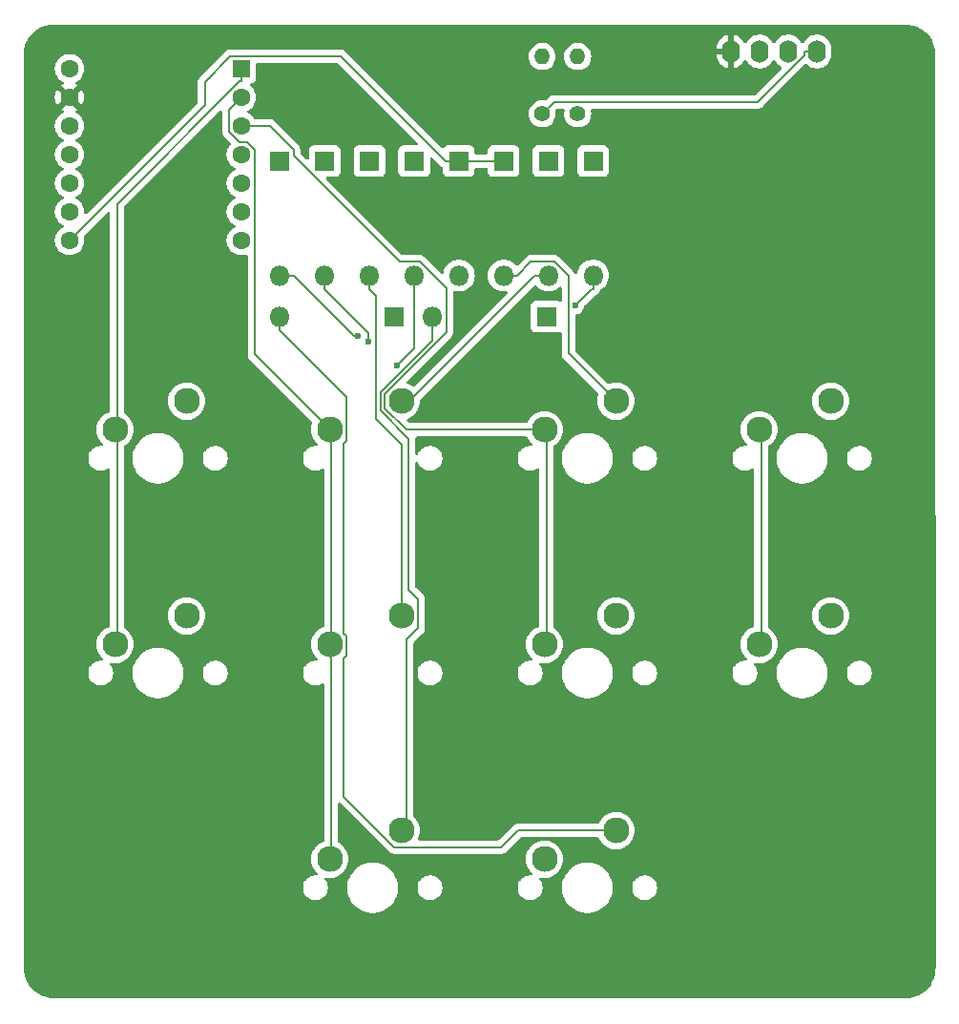
<source format=gbr>
%TF.GenerationSoftware,KiCad,Pcbnew,8.0.5-dirty*%
%TF.CreationDate,2024-10-05T14:38:15-04:00*%
%TF.ProjectId,cool-keyboard,636f6f6c-2d6b-4657-9962-6f6172642e6b,rev?*%
%TF.SameCoordinates,Original*%
%TF.FileFunction,Copper,L1,Top*%
%TF.FilePolarity,Positive*%
%FSLAX46Y46*%
G04 Gerber Fmt 4.6, Leading zero omitted, Abs format (unit mm)*
G04 Created by KiCad (PCBNEW 8.0.5-dirty) date 2024-10-05 14:38:15*
%MOMM*%
%LPD*%
G01*
G04 APERTURE LIST*
%TA.AperFunction,ComponentPad*%
%ADD10C,2.300000*%
%TD*%
%TA.AperFunction,ComponentPad*%
%ADD11O,1.600000X2.000000*%
%TD*%
%TA.AperFunction,ComponentPad*%
%ADD12R,1.800000X1.800000*%
%TD*%
%TA.AperFunction,ComponentPad*%
%ADD13O,1.800000X1.800000*%
%TD*%
%TA.AperFunction,ComponentPad*%
%ADD14C,1.400000*%
%TD*%
%TA.AperFunction,ComponentPad*%
%ADD15O,1.400000X1.400000*%
%TD*%
%TA.AperFunction,ComponentPad*%
%ADD16R,1.600000X1.600000*%
%TD*%
%TA.AperFunction,ComponentPad*%
%ADD17C,1.600000*%
%TD*%
%TA.AperFunction,ViaPad*%
%ADD18C,0.600000*%
%TD*%
%TA.AperFunction,Conductor*%
%ADD19C,0.200000*%
%TD*%
G04 APERTURE END LIST*
D10*
%TO.P,SW7,1,1*%
%TO.N,COL2*%
X152114300Y-106267200D03*
%TO.P,SW7,2,2*%
%TO.N,Net-(D7-A)*%
X158464300Y-103727200D03*
%TD*%
%TO.P,SW3,1,1*%
%TO.N,COL2*%
X152114300Y-87217200D03*
%TO.P,SW3,2,2*%
%TO.N,Net-(D3-A)*%
X158464300Y-84677200D03*
%TD*%
D11*
%TO.P,Brd1,1,GND*%
%TO.N,GND*%
X168673000Y-53662000D03*
%TO.P,Brd1,2,VCC*%
%TO.N,SCR3V3*%
X171213000Y-53662000D03*
%TO.P,Brd1,3,SCL*%
%TO.N,Net-(Brd1-SCL)*%
X173753000Y-53662000D03*
%TO.P,Brd1,4,SDA*%
%TO.N,Net-(Brd1-SDA)*%
X176293000Y-53662000D03*
%TD*%
D10*
%TO.P,SW6,1,1*%
%TO.N,COL1*%
X133064300Y-106267200D03*
%TO.P,SW6,2,2*%
%TO.N,Net-(D6-A)*%
X139414300Y-103727200D03*
%TD*%
%TO.P,SW4,1,1*%
%TO.N,COL3*%
X171164300Y-87217200D03*
%TO.P,SW4,2,2*%
%TO.N,Net-(D4-A)*%
X177514300Y-84677200D03*
%TD*%
%TO.P,SW5,1,1*%
%TO.N,COL0*%
X114014300Y-106267200D03*
%TO.P,SW5,2,2*%
%TO.N,Net-(D5-A)*%
X120364300Y-103727200D03*
%TD*%
%TO.P,SW10,1,1*%
%TO.N,COL2*%
X152114300Y-125317200D03*
%TO.P,SW10,2,2*%
%TO.N,Net-(D10-A)*%
X158464300Y-122777200D03*
%TD*%
%TO.P,SW9,1,1*%
%TO.N,COL1*%
X133064300Y-125317200D03*
%TO.P,SW9,2,2*%
%TO.N,Net-(D9-A)*%
X139414300Y-122777200D03*
%TD*%
%TO.P,SW1,1,1*%
%TO.N,COL0*%
X114014300Y-87217200D03*
%TO.P,SW1,2,2*%
%TO.N,Net-(D1-A)*%
X120364300Y-84677200D03*
%TD*%
%TO.P,SW2,1,1*%
%TO.N,COL1*%
X133064300Y-87217200D03*
%TO.P,SW2,2,2*%
%TO.N,Net-(D2-A)*%
X139414300Y-84677200D03*
%TD*%
%TO.P,SW8,1,1*%
%TO.N,COL3*%
X171164300Y-106267200D03*
%TO.P,SW8,2,2*%
%TO.N,Net-(D8-A)*%
X177514300Y-103727200D03*
%TD*%
D12*
%TO.P,D9,1,K*%
%TO.N,ROW2*%
X152304700Y-77184200D03*
D13*
%TO.P,D9,2,A*%
%TO.N,Net-(D9-A)*%
X142144700Y-77184200D03*
%TD*%
D12*
%TO.P,D6,1,K*%
%TO.N,ROW1*%
X136588500Y-63373000D03*
D13*
%TO.P,D6,2,A*%
%TO.N,Net-(D6-A)*%
X136588500Y-73533000D03*
%TD*%
D12*
%TO.P,D10,1,K*%
%TO.N,ROW2*%
X138811000Y-77184200D03*
D13*
%TO.P,D10,2,A*%
%TO.N,Net-(D10-A)*%
X128651000Y-77184200D03*
%TD*%
D12*
%TO.P,D3,1,K*%
%TO.N,ROW0*%
X148494700Y-63373000D03*
D13*
%TO.P,D3,2,A*%
%TO.N,Net-(D3-A)*%
X148494700Y-73533000D03*
%TD*%
D14*
%TO.P,R1,1*%
%TO.N,Net-(Brd1-SCL)*%
X155067000Y-59182000D03*
D15*
%TO.P,R1,2*%
%TO.N,SCR3V3*%
X155067000Y-54102000D03*
%TD*%
D12*
%TO.P,D4,1,K*%
%TO.N,ROW0*%
X144526000Y-63373000D03*
D13*
%TO.P,D4,2,A*%
%TO.N,Net-(D4-A)*%
X144526000Y-73533000D03*
%TD*%
D12*
%TO.P,D1,1,K*%
%TO.N,ROW0*%
X156432200Y-63373000D03*
D13*
%TO.P,D1,2,A*%
%TO.N,Net-(D1-A)*%
X156432200Y-73533000D03*
%TD*%
D14*
%TO.P,R2,1*%
%TO.N,Net-(Brd1-SDA)*%
X151917000Y-59182000D03*
D15*
%TO.P,R2,2*%
%TO.N,SCR3V3*%
X151917000Y-54102000D03*
%TD*%
D12*
%TO.P,D2,1,K*%
%TO.N,ROW0*%
X152463500Y-63373000D03*
D13*
%TO.P,D2,2,A*%
%TO.N,Net-(D2-A)*%
X152463500Y-73533000D03*
%TD*%
D12*
%TO.P,D7,1,K*%
%TO.N,ROW1*%
X132619700Y-63373000D03*
D13*
%TO.P,D7,2,A*%
%TO.N,Net-(D7-A)*%
X132619700Y-73533000D03*
%TD*%
D16*
%TO.P,U2,1,PA02_A0_D0*%
%TO.N,COL0*%
X125222000Y-55183000D03*
D17*
%TO.P,U2,2,PA4_A1_D1*%
%TO.N,COL1*%
X125222000Y-57723000D03*
%TO.P,U2,3,PA10_A2_D2*%
%TO.N,COL2*%
X125222000Y-60263000D03*
%TO.P,U2,4,PA11_A3_D3*%
%TO.N,COL3*%
X125222000Y-62803000D03*
%TO.P,U2,5,PA8_A4_D4_SDA*%
%TO.N,Net-(Brd1-SDA)*%
X125222000Y-65343000D03*
%TO.P,U2,6,PA9_A5_D5_SCL*%
%TO.N,Net-(Brd1-SCL)*%
X125222000Y-67883000D03*
%TO.P,U2,7,PB08_A6_D6_TX*%
%TO.N,unconnected-(U2-PB08_A6_D6_TX-Pad7)*%
X125222000Y-70423000D03*
%TO.P,U2,8,PB09_A7_D7_RX*%
%TO.N,ROW0*%
X109982000Y-70423000D03*
%TO.P,U2,9,PA7_A8_D8_SCK*%
%TO.N,ROW1*%
X109982000Y-67883000D03*
%TO.P,U2,10,PA5_A9_D9_MISO*%
%TO.N,ROW2*%
X109982000Y-65343000D03*
%TO.P,U2,11,PA6_A10_D10_MOSI*%
%TO.N,unconnected-(U2-PA6_A10_D10_MOSI-Pad11)*%
X109982000Y-62803000D03*
%TO.P,U2,12,3V3*%
%TO.N,SCR3V3*%
X109982000Y-60263000D03*
%TO.P,U2,13,GND*%
%TO.N,GND*%
X109982000Y-57723000D03*
%TO.P,U2,14,5V*%
%TO.N,+5V*%
X109982000Y-55183000D03*
%TD*%
D12*
%TO.P,D5,1,K*%
%TO.N,ROW1*%
X140557200Y-63373000D03*
D13*
%TO.P,D5,2,A*%
%TO.N,Net-(D5-A)*%
X140557200Y-73533000D03*
%TD*%
D12*
%TO.P,D8,1,K*%
%TO.N,ROW1*%
X128651000Y-63373000D03*
D13*
%TO.P,D8,2,A*%
%TO.N,Net-(D8-A)*%
X128651000Y-73533000D03*
%TD*%
D18*
%TO.N,Net-(D1-A)*%
X154844700Y-76186300D03*
%TO.N,Net-(D5-A)*%
X139013700Y-81558500D03*
%TO.N,Net-(D7-A)*%
X136497900Y-79445500D03*
%TO.N,Net-(D8-A)*%
X135564300Y-78923000D03*
%TD*%
D19*
%TO.N,ROW0*%
X124252900Y-54081300D02*
X121971300Y-56362900D01*
X143324300Y-63373000D02*
X134032600Y-54081300D01*
X121971300Y-58433700D02*
X109982000Y-70423000D01*
X144526000Y-63373000D02*
X148494700Y-63373000D01*
X134032600Y-54081300D02*
X124252900Y-54081300D01*
X121971300Y-56362900D02*
X121971300Y-58433700D01*
X144526000Y-63373000D02*
X143324300Y-63373000D01*
%TO.N,Net-(D1-A)*%
X156432200Y-74734700D02*
X156296300Y-74734700D01*
X156296300Y-74734700D02*
X154844700Y-76186300D01*
X156432200Y-73533000D02*
X156432200Y-74734700D01*
%TO.N,Net-(D2-A)*%
X151261800Y-73533000D02*
X140117600Y-84677200D01*
X152463500Y-73533000D02*
X151261800Y-73533000D01*
X140117600Y-84677200D02*
X139414300Y-84677200D01*
%TO.N,Net-(D3-A)*%
X148494700Y-73533000D02*
X149696400Y-73533000D01*
X152988400Y-72326400D02*
X154243000Y-73581000D01*
X154243000Y-80455900D02*
X158464300Y-84677200D01*
X149696400Y-73533000D02*
X150903000Y-72326400D01*
X150903000Y-72326400D02*
X152988400Y-72326400D01*
X154243000Y-73581000D02*
X154243000Y-80455900D01*
%TO.N,Net-(D5-A)*%
X140557200Y-74734700D02*
X140557200Y-80015000D01*
X140557200Y-80015000D02*
X139013700Y-81558500D01*
X140557200Y-73533000D02*
X140557200Y-74734700D01*
%TO.N,Net-(D6-A)*%
X137154700Y-86227200D02*
X139467500Y-88540000D01*
X139467500Y-103674000D02*
X139414300Y-103727200D01*
X136588500Y-73533000D02*
X136588500Y-74734700D01*
X139467500Y-88540000D02*
X139467500Y-103674000D01*
X136588500Y-74734700D02*
X137154700Y-75300900D01*
X137154700Y-75300900D02*
X137154700Y-86227200D01*
%TO.N,Net-(D7-A)*%
X136497900Y-78612900D02*
X136497900Y-79445500D01*
X132619700Y-74734700D02*
X136497900Y-78612900D01*
X132619700Y-73533000D02*
X132619700Y-74734700D01*
%TO.N,Net-(D8-A)*%
X129852700Y-73533000D02*
X135242700Y-78923000D01*
X128651000Y-73533000D02*
X129852700Y-73533000D01*
X135242700Y-78923000D02*
X135564300Y-78923000D01*
%TO.N,Net-(D9-A)*%
X142144700Y-77184200D02*
X142144700Y-78385900D01*
X140910300Y-102270500D02*
X140910300Y-104820300D01*
X140068900Y-101429100D02*
X140910300Y-102270500D01*
X142144700Y-78385900D02*
X142144700Y-79280800D01*
X142144700Y-79280800D02*
X137559400Y-83866100D01*
X137559400Y-85498100D02*
X140068900Y-88007600D01*
X137559400Y-83866100D02*
X137559400Y-85498100D01*
X140910300Y-104820300D02*
X139901800Y-105828800D01*
X139901800Y-105828800D02*
X139901800Y-122289700D01*
X140068900Y-88007600D02*
X140068900Y-101429100D01*
X139901800Y-122289700D02*
X139414300Y-122777200D01*
%TO.N,Net-(D10-A)*%
X134325500Y-107488100D02*
X134325500Y-119756700D01*
X128651000Y-78385900D02*
X134570300Y-84305200D01*
X134570300Y-88193300D02*
X134326500Y-88437100D01*
X134326500Y-88437100D02*
X134326500Y-105272300D01*
X128651000Y-77184200D02*
X128651000Y-78385900D01*
X149750300Y-122777200D02*
X158464300Y-122777200D01*
X134325500Y-119756700D02*
X138813600Y-124244800D01*
X134534200Y-105480000D02*
X134534200Y-107279400D01*
X134326500Y-105272300D02*
X134534200Y-105480000D01*
X134534200Y-107279400D02*
X134325500Y-107488100D01*
X138813600Y-124244800D02*
X148282700Y-124244800D01*
X134570300Y-84305200D02*
X134570300Y-88193300D01*
X148282700Y-124244800D02*
X149750300Y-122777200D01*
%TO.N,COL0*%
X114187500Y-67185300D02*
X114187500Y-87217200D01*
X125088100Y-56284700D02*
X114187500Y-67185300D01*
X114187500Y-106094000D02*
X114014300Y-106267200D01*
X114014300Y-87217200D02*
X114187500Y-87217200D01*
X125222000Y-55183000D02*
X125222000Y-56284700D01*
X114187500Y-87217200D02*
X114187500Y-106094000D01*
X125222000Y-56284700D02*
X125088100Y-56284700D01*
%TO.N,COL1*%
X124118800Y-60767900D02*
X125052200Y-61701300D01*
X126392000Y-62395300D02*
X126392000Y-80544900D01*
X125222000Y-57723000D02*
X124118800Y-58826200D01*
X133209200Y-106122300D02*
X133209200Y-87362100D01*
X125052200Y-61701300D02*
X125698000Y-61701300D01*
X133207400Y-106410300D02*
X133207400Y-125174100D01*
X125698000Y-61701300D02*
X126392000Y-62395300D01*
X133207400Y-125174100D02*
X133064300Y-125317200D01*
X133209200Y-87362100D02*
X133064300Y-87217200D01*
X133064300Y-106267200D02*
X133209200Y-106122300D01*
X133064300Y-106267200D02*
X133207400Y-106410300D01*
X124118800Y-58826200D02*
X124118800Y-60767900D01*
X126392000Y-80544900D02*
X133064300Y-87217200D01*
%TO.N,COL2*%
X129852700Y-62904700D02*
X129852700Y-62348000D01*
X137961100Y-84032500D02*
X143411000Y-78582600D01*
X143411000Y-74678400D02*
X141059200Y-72326600D01*
X152287500Y-106094000D02*
X152287500Y-87390400D01*
X152287500Y-87390400D02*
X152114300Y-87217200D01*
X152114300Y-87217200D02*
X139850700Y-87217200D01*
X137961100Y-85327600D02*
X137961100Y-84032500D01*
X143411000Y-78582600D02*
X143411000Y-74678400D01*
X139850700Y-87217200D02*
X137961100Y-85327600D01*
X129852700Y-62348000D02*
X127767700Y-60263000D01*
X152114300Y-106267200D02*
X152287500Y-106094000D01*
X139274600Y-72326600D02*
X129852700Y-62904700D01*
X141059200Y-72326600D02*
X139274600Y-72326600D01*
X127767700Y-60263000D02*
X125222000Y-60263000D01*
%TO.N,COL3*%
X171337500Y-106094000D02*
X171337500Y-87390400D01*
X171337500Y-87390400D02*
X171164300Y-87217200D01*
X171164300Y-106267200D02*
X171337500Y-106094000D01*
%TO.N,Net-(Brd1-SDA)*%
X151917000Y-59182000D02*
X152969100Y-58129900D01*
X171051700Y-58129900D02*
X175191300Y-53990300D01*
X152969100Y-58129900D02*
X171051700Y-58129900D01*
X176293000Y-53662000D02*
X175191300Y-53662000D01*
X175191300Y-53990300D02*
X175191300Y-53662000D01*
%TD*%
%TA.AperFunction,Conductor*%
%TO.N,GND*%
G36*
X184211841Y-51317367D02*
G01*
X184212047Y-51317381D01*
X184220292Y-51317381D01*
X184220296Y-51317382D01*
X184282438Y-51317381D01*
X184289923Y-51317606D01*
X184582629Y-51335311D01*
X184597491Y-51337115D01*
X184882228Y-51389294D01*
X184896761Y-51392876D01*
X185173155Y-51479002D01*
X185187130Y-51484303D01*
X185437672Y-51597062D01*
X185451119Y-51603114D01*
X185464377Y-51610072D01*
X185712114Y-51759834D01*
X185724425Y-51768332D01*
X185935701Y-51933856D01*
X185952307Y-51946866D01*
X185963515Y-51956796D01*
X186168203Y-52161484D01*
X186178133Y-52172692D01*
X186316820Y-52349713D01*
X186356663Y-52400568D01*
X186365169Y-52412891D01*
X186514926Y-52660621D01*
X186521885Y-52673880D01*
X186569821Y-52780390D01*
X186637922Y-52931705D01*
X186640691Y-52937856D01*
X186646001Y-52951857D01*
X186732122Y-53228235D01*
X186735705Y-53242774D01*
X186787883Y-53527507D01*
X186789688Y-53542372D01*
X186807392Y-53835074D01*
X186807618Y-53842560D01*
X186807618Y-53912573D01*
X186807633Y-53912814D01*
X186824499Y-134997580D01*
X186824304Y-135004562D01*
X186808065Y-135293584D01*
X186806507Y-135307402D01*
X186758596Y-135589343D01*
X186755502Y-135602899D01*
X186676322Y-135877718D01*
X186671729Y-135890843D01*
X186562280Y-136155064D01*
X186556247Y-136167591D01*
X186417905Y-136417896D01*
X186410507Y-136429670D01*
X186245006Y-136662919D01*
X186236336Y-136673790D01*
X186045767Y-136887035D01*
X186035936Y-136896866D01*
X185822686Y-137087439D01*
X185811820Y-137096106D01*
X185578571Y-137261607D01*
X185566797Y-137269005D01*
X185316490Y-137407348D01*
X185303962Y-137413381D01*
X185039746Y-137522827D01*
X185026622Y-137527420D01*
X184751800Y-137606602D01*
X184738244Y-137609696D01*
X184456303Y-137657607D01*
X184442484Y-137659165D01*
X184153472Y-137675402D01*
X184146517Y-137675597D01*
X108622975Y-137675500D01*
X108620241Y-137675500D01*
X108613287Y-137675305D01*
X108596350Y-137674353D01*
X108324259Y-137659069D01*
X108310442Y-137657512D01*
X108028482Y-137609602D01*
X108014925Y-137606507D01*
X107740114Y-137527333D01*
X107726990Y-137522741D01*
X107462763Y-137413294D01*
X107450234Y-137407260D01*
X107199924Y-137268917D01*
X107188151Y-137261520D01*
X106954898Y-137096020D01*
X106944027Y-137087350D01*
X106730783Y-136896786D01*
X106720950Y-136886954D01*
X106530374Y-136673703D01*
X106521704Y-136662832D01*
X106356200Y-136429583D01*
X106348802Y-136417809D01*
X106210452Y-136167493D01*
X106204427Y-136154980D01*
X106094974Y-135890751D01*
X106090381Y-135877627D01*
X106011226Y-135602899D01*
X106011195Y-135602791D01*
X106008107Y-135589262D01*
X105960191Y-135307295D01*
X105958636Y-135293501D01*
X105942443Y-135005317D01*
X105942249Y-134998427D01*
X105942248Y-134935092D01*
X105942248Y-134925125D01*
X105942244Y-134925079D01*
X105941906Y-130101600D01*
X105936662Y-55182998D01*
X108676532Y-55182998D01*
X108676532Y-55183001D01*
X108696364Y-55409686D01*
X108696366Y-55409697D01*
X108755258Y-55629488D01*
X108755261Y-55629497D01*
X108851431Y-55835732D01*
X108851432Y-55835734D01*
X108981954Y-56022141D01*
X109142858Y-56183045D01*
X109142861Y-56183047D01*
X109329266Y-56313568D01*
X109387865Y-56340893D01*
X109440305Y-56387065D01*
X109459457Y-56454258D01*
X109439242Y-56521139D01*
X109387867Y-56565657D01*
X109329513Y-56592868D01*
X109329512Y-56592868D01*
X109256526Y-56643973D01*
X109256526Y-56643974D01*
X109852590Y-57240037D01*
X109789007Y-57257075D01*
X109674993Y-57322901D01*
X109581901Y-57415993D01*
X109516075Y-57530007D01*
X109499037Y-57593589D01*
X108902974Y-56997526D01*
X108902973Y-56997526D01*
X108851868Y-57070512D01*
X108851866Y-57070516D01*
X108755734Y-57276673D01*
X108755730Y-57276682D01*
X108696860Y-57496389D01*
X108696858Y-57496400D01*
X108677034Y-57722997D01*
X108677034Y-57723002D01*
X108696858Y-57949599D01*
X108696860Y-57949610D01*
X108755730Y-58169317D01*
X108755735Y-58169331D01*
X108851863Y-58375478D01*
X108902974Y-58448472D01*
X109499037Y-57852409D01*
X109516075Y-57915993D01*
X109581901Y-58030007D01*
X109674993Y-58123099D01*
X109789007Y-58188925D01*
X109852590Y-58205962D01*
X109256526Y-58802025D01*
X109329513Y-58853132D01*
X109329521Y-58853136D01*
X109387864Y-58880342D01*
X109440304Y-58926514D01*
X109459456Y-58993707D01*
X109439241Y-59060589D01*
X109387866Y-59105105D01*
X109329272Y-59132428D01*
X109329265Y-59132432D01*
X109142858Y-59262954D01*
X108981954Y-59423858D01*
X108851432Y-59610265D01*
X108851431Y-59610267D01*
X108755261Y-59816502D01*
X108755258Y-59816511D01*
X108696366Y-60036302D01*
X108696364Y-60036313D01*
X108676532Y-60262998D01*
X108676532Y-60263001D01*
X108696364Y-60489686D01*
X108696366Y-60489697D01*
X108755258Y-60709488D01*
X108755261Y-60709497D01*
X108851431Y-60915732D01*
X108851432Y-60915734D01*
X108981954Y-61102141D01*
X109142858Y-61263045D01*
X109142861Y-61263047D01*
X109329266Y-61393568D01*
X109387275Y-61420618D01*
X109439714Y-61466791D01*
X109458866Y-61533984D01*
X109438650Y-61600865D01*
X109387275Y-61645382D01*
X109329267Y-61672431D01*
X109329265Y-61672432D01*
X109142858Y-61802954D01*
X108981954Y-61963858D01*
X108851432Y-62150265D01*
X108851431Y-62150267D01*
X108755261Y-62356502D01*
X108755258Y-62356511D01*
X108696366Y-62576302D01*
X108696364Y-62576313D01*
X108676532Y-62802998D01*
X108676532Y-62803001D01*
X108696364Y-63029686D01*
X108696366Y-63029697D01*
X108755258Y-63249488D01*
X108755261Y-63249497D01*
X108851431Y-63455732D01*
X108851432Y-63455734D01*
X108981954Y-63642141D01*
X109142858Y-63803045D01*
X109142861Y-63803047D01*
X109329266Y-63933568D01*
X109387275Y-63960618D01*
X109439714Y-64006791D01*
X109458866Y-64073984D01*
X109438650Y-64140865D01*
X109387275Y-64185382D01*
X109329267Y-64212431D01*
X109329265Y-64212432D01*
X109142858Y-64342954D01*
X108981954Y-64503858D01*
X108851432Y-64690265D01*
X108851431Y-64690267D01*
X108755261Y-64896502D01*
X108755258Y-64896511D01*
X108696366Y-65116302D01*
X108696364Y-65116313D01*
X108676532Y-65342998D01*
X108676532Y-65343001D01*
X108696364Y-65569686D01*
X108696366Y-65569697D01*
X108755258Y-65789488D01*
X108755261Y-65789497D01*
X108851431Y-65995732D01*
X108851432Y-65995734D01*
X108981954Y-66182141D01*
X109142858Y-66343045D01*
X109142861Y-66343047D01*
X109329266Y-66473568D01*
X109387275Y-66500618D01*
X109439714Y-66546791D01*
X109458866Y-66613984D01*
X109438650Y-66680865D01*
X109387275Y-66725382D01*
X109329267Y-66752431D01*
X109329265Y-66752432D01*
X109142858Y-66882954D01*
X108981954Y-67043858D01*
X108851432Y-67230265D01*
X108851431Y-67230267D01*
X108755261Y-67436502D01*
X108755258Y-67436511D01*
X108696366Y-67656302D01*
X108696364Y-67656313D01*
X108676532Y-67882998D01*
X108676532Y-67883001D01*
X108696364Y-68109686D01*
X108696366Y-68109697D01*
X108755258Y-68329488D01*
X108755261Y-68329497D01*
X108851431Y-68535732D01*
X108851432Y-68535734D01*
X108981954Y-68722141D01*
X109142858Y-68883045D01*
X109142861Y-68883047D01*
X109329266Y-69013568D01*
X109387275Y-69040618D01*
X109439714Y-69086791D01*
X109458866Y-69153984D01*
X109438650Y-69220865D01*
X109387275Y-69265382D01*
X109329267Y-69292431D01*
X109329265Y-69292432D01*
X109142858Y-69422954D01*
X108981954Y-69583858D01*
X108851432Y-69770265D01*
X108851431Y-69770267D01*
X108755261Y-69976502D01*
X108755258Y-69976511D01*
X108696366Y-70196302D01*
X108696364Y-70196313D01*
X108676532Y-70422998D01*
X108676532Y-70423001D01*
X108696364Y-70649686D01*
X108696366Y-70649697D01*
X108755258Y-70869488D01*
X108755261Y-70869497D01*
X108851431Y-71075732D01*
X108851432Y-71075734D01*
X108981954Y-71262141D01*
X109142858Y-71423045D01*
X109142861Y-71423047D01*
X109329266Y-71553568D01*
X109535504Y-71649739D01*
X109535509Y-71649740D01*
X109535511Y-71649741D01*
X109574799Y-71660268D01*
X109755308Y-71708635D01*
X109917230Y-71722801D01*
X109981998Y-71728468D01*
X109982000Y-71728468D01*
X109982002Y-71728468D01*
X110038673Y-71723509D01*
X110208692Y-71708635D01*
X110428496Y-71649739D01*
X110634734Y-71553568D01*
X110821139Y-71423047D01*
X110982047Y-71262139D01*
X111112568Y-71075734D01*
X111208739Y-70869496D01*
X111267635Y-70649692D01*
X111287468Y-70423000D01*
X111267635Y-70196308D01*
X111241847Y-70100066D01*
X111243510Y-70030217D01*
X111273939Y-69980294D01*
X113375321Y-67878913D01*
X113436642Y-67845430D01*
X113506334Y-67850414D01*
X113562267Y-67892286D01*
X113586684Y-67957750D01*
X113587000Y-67966596D01*
X113587000Y-85525142D01*
X113567315Y-85592181D01*
X113514511Y-85637936D01*
X113506242Y-85641155D01*
X113262676Y-85742043D01*
X113041159Y-85877788D01*
X112843611Y-86046511D01*
X112674888Y-86244059D01*
X112539143Y-86465576D01*
X112439727Y-86705589D01*
X112379078Y-86958209D01*
X112358696Y-87217200D01*
X112379078Y-87476190D01*
X112439727Y-87728810D01*
X112539143Y-87968823D01*
X112539145Y-87968827D01*
X112539146Y-87968828D01*
X112674888Y-88190340D01*
X112843611Y-88387889D01*
X112901710Y-88437510D01*
X112939903Y-88496017D01*
X112940401Y-88565885D01*
X112903048Y-88624931D01*
X112839701Y-88654409D01*
X112821178Y-88655800D01*
X112657613Y-88655800D01*
X112486386Y-88682920D01*
X112321511Y-88736490D01*
X112321508Y-88736491D01*
X112167039Y-88815198D01*
X112087019Y-88873336D01*
X112026786Y-88917099D01*
X112026784Y-88917101D01*
X112026783Y-88917101D01*
X111904201Y-89039683D01*
X111904201Y-89039684D01*
X111904199Y-89039686D01*
X111860436Y-89099919D01*
X111802298Y-89179939D01*
X111723591Y-89334408D01*
X111723590Y-89334411D01*
X111670020Y-89499286D01*
X111642900Y-89670512D01*
X111642900Y-89843887D01*
X111670020Y-90015113D01*
X111723590Y-90179988D01*
X111723591Y-90179991D01*
X111802298Y-90334460D01*
X111904199Y-90474714D01*
X112026786Y-90597301D01*
X112167040Y-90699202D01*
X112242802Y-90737804D01*
X112321508Y-90777908D01*
X112321511Y-90777909D01*
X112403948Y-90804694D01*
X112486388Y-90831480D01*
X112565691Y-90844040D01*
X112657613Y-90858600D01*
X112657618Y-90858600D01*
X112830987Y-90858600D01*
X112913995Y-90845452D01*
X113002212Y-90831480D01*
X113167091Y-90777908D01*
X113321560Y-90699202D01*
X113390114Y-90649393D01*
X113455920Y-90625914D01*
X113523974Y-90641739D01*
X113572669Y-90691845D01*
X113587000Y-90749712D01*
X113587000Y-104575142D01*
X113567315Y-104642181D01*
X113514511Y-104687936D01*
X113506242Y-104691155D01*
X113262676Y-104792043D01*
X113041159Y-104927788D01*
X112843611Y-105096511D01*
X112674888Y-105294059D01*
X112539143Y-105515576D01*
X112439727Y-105755589D01*
X112379078Y-106008209D01*
X112358696Y-106267200D01*
X112379078Y-106526190D01*
X112439727Y-106778810D01*
X112539143Y-107018823D01*
X112539145Y-107018827D01*
X112539146Y-107018828D01*
X112674888Y-107240340D01*
X112843611Y-107437889D01*
X112901710Y-107487510D01*
X112939903Y-107546017D01*
X112940401Y-107615885D01*
X112903048Y-107674931D01*
X112839701Y-107704409D01*
X112821178Y-107705800D01*
X112657613Y-107705800D01*
X112486386Y-107732920D01*
X112321511Y-107786490D01*
X112321508Y-107786491D01*
X112167039Y-107865198D01*
X112087754Y-107922803D01*
X112026786Y-107967099D01*
X112026784Y-107967101D01*
X112026783Y-107967101D01*
X111904201Y-108089683D01*
X111904201Y-108089684D01*
X111904199Y-108089686D01*
X111860436Y-108149919D01*
X111802298Y-108229939D01*
X111723591Y-108384408D01*
X111723590Y-108384411D01*
X111670020Y-108549286D01*
X111642900Y-108720512D01*
X111642900Y-108893887D01*
X111670020Y-109065113D01*
X111723590Y-109229988D01*
X111723591Y-109229991D01*
X111755991Y-109293578D01*
X111802298Y-109384460D01*
X111904199Y-109524714D01*
X112026786Y-109647301D01*
X112167040Y-109749202D01*
X112242802Y-109787804D01*
X112321508Y-109827908D01*
X112321511Y-109827909D01*
X112403948Y-109854694D01*
X112486388Y-109881480D01*
X112565691Y-109894040D01*
X112657613Y-109908600D01*
X112657618Y-109908600D01*
X112830987Y-109908600D01*
X112913995Y-109895452D01*
X113002212Y-109881480D01*
X113167091Y-109827908D01*
X113321560Y-109749202D01*
X113461814Y-109647301D01*
X113584401Y-109524714D01*
X113686302Y-109384460D01*
X113765008Y-109229991D01*
X113818580Y-109065112D01*
X113836131Y-108954299D01*
X113845700Y-108893887D01*
X113845700Y-108720512D01*
X113836131Y-108660100D01*
X115579900Y-108660100D01*
X115579900Y-108954299D01*
X115579901Y-108954316D01*
X115618301Y-109245996D01*
X115694452Y-109530194D01*
X115807034Y-109801994D01*
X115807042Y-109802010D01*
X115954140Y-110056789D01*
X115954151Y-110056805D01*
X116133248Y-110290209D01*
X116133254Y-110290216D01*
X116341283Y-110498245D01*
X116341289Y-110498250D01*
X116574703Y-110677355D01*
X116574710Y-110677359D01*
X116829489Y-110824457D01*
X116829505Y-110824465D01*
X117101305Y-110937047D01*
X117101307Y-110937047D01*
X117101313Y-110937050D01*
X117385500Y-111013198D01*
X117677194Y-111051600D01*
X117677201Y-111051600D01*
X117971399Y-111051600D01*
X117971406Y-111051600D01*
X118263100Y-111013198D01*
X118547287Y-110937050D01*
X118620618Y-110906675D01*
X118819094Y-110824465D01*
X118819097Y-110824463D01*
X118819103Y-110824461D01*
X119073897Y-110677355D01*
X119307311Y-110498250D01*
X119515350Y-110290211D01*
X119694455Y-110056797D01*
X119841561Y-109802003D01*
X119875005Y-109721263D01*
X119954147Y-109530194D01*
X119954146Y-109530194D01*
X119954150Y-109530187D01*
X120030298Y-109246000D01*
X120068700Y-108954306D01*
X120068700Y-108720512D01*
X121802900Y-108720512D01*
X121802900Y-108893887D01*
X121830020Y-109065113D01*
X121883590Y-109229988D01*
X121883591Y-109229991D01*
X121915991Y-109293578D01*
X121962298Y-109384460D01*
X122064199Y-109524714D01*
X122186786Y-109647301D01*
X122327040Y-109749202D01*
X122402802Y-109787804D01*
X122481508Y-109827908D01*
X122481511Y-109827909D01*
X122563948Y-109854694D01*
X122646388Y-109881480D01*
X122725691Y-109894040D01*
X122817613Y-109908600D01*
X122817618Y-109908600D01*
X122990987Y-109908600D01*
X123073995Y-109895452D01*
X123162212Y-109881480D01*
X123327091Y-109827908D01*
X123481560Y-109749202D01*
X123621814Y-109647301D01*
X123744401Y-109524714D01*
X123846302Y-109384460D01*
X123925008Y-109229991D01*
X123978580Y-109065112D01*
X123996131Y-108954299D01*
X124005700Y-108893887D01*
X124005700Y-108720512D01*
X123989922Y-108620902D01*
X123978580Y-108549288D01*
X123925008Y-108384409D01*
X123925008Y-108384408D01*
X123873547Y-108283412D01*
X123846302Y-108229940D01*
X123744401Y-108089686D01*
X123621814Y-107967099D01*
X123481560Y-107865198D01*
X123327091Y-107786491D01*
X123327088Y-107786490D01*
X123162213Y-107732920D01*
X122990987Y-107705800D01*
X122990982Y-107705800D01*
X122817618Y-107705800D01*
X122817613Y-107705800D01*
X122646386Y-107732920D01*
X122481511Y-107786490D01*
X122481508Y-107786491D01*
X122327039Y-107865198D01*
X122247754Y-107922803D01*
X122186786Y-107967099D01*
X122186784Y-107967101D01*
X122186783Y-107967101D01*
X122064201Y-108089683D01*
X122064201Y-108089684D01*
X122064199Y-108089686D01*
X122020436Y-108149919D01*
X121962298Y-108229939D01*
X121883591Y-108384408D01*
X121883590Y-108384411D01*
X121830020Y-108549286D01*
X121802900Y-108720512D01*
X120068700Y-108720512D01*
X120068700Y-108660094D01*
X120030298Y-108368400D01*
X119954150Y-108084213D01*
X119945026Y-108062185D01*
X119841565Y-107812405D01*
X119841557Y-107812389D01*
X119694459Y-107557610D01*
X119694455Y-107557603D01*
X119515350Y-107324189D01*
X119515345Y-107324183D01*
X119307316Y-107116154D01*
X119307309Y-107116148D01*
X119073905Y-106937051D01*
X119073903Y-106937049D01*
X119073897Y-106937045D01*
X119073892Y-106937042D01*
X119073889Y-106937040D01*
X118819110Y-106789942D01*
X118819094Y-106789934D01*
X118547294Y-106677352D01*
X118263096Y-106601201D01*
X117971416Y-106562801D01*
X117971411Y-106562800D01*
X117971406Y-106562800D01*
X117677194Y-106562800D01*
X117677188Y-106562800D01*
X117677183Y-106562801D01*
X117385503Y-106601201D01*
X117101305Y-106677352D01*
X116829505Y-106789934D01*
X116829489Y-106789942D01*
X116574710Y-106937040D01*
X116574694Y-106937051D01*
X116341290Y-107116148D01*
X116341283Y-107116154D01*
X116133254Y-107324183D01*
X116133248Y-107324190D01*
X115954151Y-107557594D01*
X115954140Y-107557610D01*
X115807042Y-107812389D01*
X115807034Y-107812405D01*
X115694452Y-108084205D01*
X115618301Y-108368403D01*
X115579901Y-108660083D01*
X115579900Y-108660100D01*
X113836131Y-108660100D01*
X113829922Y-108620902D01*
X113818580Y-108549288D01*
X113765008Y-108384409D01*
X113765008Y-108384408D01*
X113713547Y-108283412D01*
X113686302Y-108229940D01*
X113584401Y-108089686D01*
X113584398Y-108089683D01*
X113581537Y-108085745D01*
X113583285Y-108084474D01*
X113558402Y-108028921D01*
X113568849Y-107959837D01*
X113614987Y-107907367D01*
X113682168Y-107888171D01*
X113710202Y-107891592D01*
X113755306Y-107902421D01*
X114014300Y-107922804D01*
X114273294Y-107902421D01*
X114525910Y-107841773D01*
X114765928Y-107742354D01*
X114987440Y-107606612D01*
X115184989Y-107437889D01*
X115353712Y-107240340D01*
X115489454Y-107018828D01*
X115588873Y-106778810D01*
X115649521Y-106526194D01*
X115669904Y-106267200D01*
X115649521Y-106008206D01*
X115588873Y-105755590D01*
X115492162Y-105522109D01*
X115489456Y-105515576D01*
X115450732Y-105452384D01*
X115353712Y-105294060D01*
X115184989Y-105096511D01*
X115039442Y-104972202D01*
X114987437Y-104927785D01*
X114987434Y-104927784D01*
X114847210Y-104841854D01*
X114800335Y-104790042D01*
X114788000Y-104736127D01*
X114788000Y-103727200D01*
X118708696Y-103727200D01*
X118729078Y-103986190D01*
X118789727Y-104238810D01*
X118889143Y-104478823D01*
X118889145Y-104478827D01*
X118889146Y-104478828D01*
X119024888Y-104700340D01*
X119193611Y-104897889D01*
X119391160Y-105066612D01*
X119612672Y-105202354D01*
X119612674Y-105202354D01*
X119612676Y-105202356D01*
X119673993Y-105227754D01*
X119852690Y-105301773D01*
X120105306Y-105362421D01*
X120364300Y-105382804D01*
X120623294Y-105362421D01*
X120875910Y-105301773D01*
X121115928Y-105202354D01*
X121337440Y-105066612D01*
X121534989Y-104897889D01*
X121703712Y-104700340D01*
X121839454Y-104478828D01*
X121938873Y-104238810D01*
X121999521Y-103986194D01*
X122019904Y-103727200D01*
X121999521Y-103468206D01*
X121938873Y-103215590D01*
X121839454Y-102975572D01*
X121703712Y-102754060D01*
X121534989Y-102556511D01*
X121337440Y-102387788D01*
X121115928Y-102252046D01*
X121115927Y-102252045D01*
X121115923Y-102252043D01*
X120875910Y-102152627D01*
X120871607Y-102151594D01*
X120623294Y-102091979D01*
X120623292Y-102091978D01*
X120623291Y-102091978D01*
X120364300Y-102071596D01*
X120105309Y-102091978D01*
X119852689Y-102152627D01*
X119612676Y-102252043D01*
X119391159Y-102387788D01*
X119193611Y-102556511D01*
X119024888Y-102754059D01*
X118889143Y-102975576D01*
X118789727Y-103215589D01*
X118729078Y-103468209D01*
X118708696Y-103727200D01*
X114788000Y-103727200D01*
X114788000Y-89610100D01*
X115579900Y-89610100D01*
X115579900Y-89904299D01*
X115579901Y-89904316D01*
X115618301Y-90195996D01*
X115694452Y-90480194D01*
X115807034Y-90751994D01*
X115807042Y-90752010D01*
X115954140Y-91006789D01*
X115954151Y-91006805D01*
X116133248Y-91240209D01*
X116133254Y-91240216D01*
X116341283Y-91448245D01*
X116341289Y-91448250D01*
X116574703Y-91627355D01*
X116574710Y-91627359D01*
X116829489Y-91774457D01*
X116829505Y-91774465D01*
X117101305Y-91887047D01*
X117101307Y-91887047D01*
X117101313Y-91887050D01*
X117385500Y-91963198D01*
X117677194Y-92001600D01*
X117677201Y-92001600D01*
X117971399Y-92001600D01*
X117971406Y-92001600D01*
X118263100Y-91963198D01*
X118547287Y-91887050D01*
X118620618Y-91856675D01*
X118819094Y-91774465D01*
X118819097Y-91774463D01*
X118819103Y-91774461D01*
X119073897Y-91627355D01*
X119307311Y-91448250D01*
X119515350Y-91240211D01*
X119694455Y-91006797D01*
X119841561Y-90752003D01*
X119887234Y-90641739D01*
X119954147Y-90480194D01*
X119954146Y-90480194D01*
X119954150Y-90480187D01*
X120030298Y-90196000D01*
X120068700Y-89904306D01*
X120068700Y-89670512D01*
X121802900Y-89670512D01*
X121802900Y-89843887D01*
X121830020Y-90015113D01*
X121883590Y-90179988D01*
X121883591Y-90179991D01*
X121962298Y-90334460D01*
X122064199Y-90474714D01*
X122186786Y-90597301D01*
X122327040Y-90699202D01*
X122402802Y-90737804D01*
X122481508Y-90777908D01*
X122481511Y-90777909D01*
X122563948Y-90804694D01*
X122646388Y-90831480D01*
X122725691Y-90844040D01*
X122817613Y-90858600D01*
X122817618Y-90858600D01*
X122990987Y-90858600D01*
X123073995Y-90845452D01*
X123162212Y-90831480D01*
X123327091Y-90777908D01*
X123481560Y-90699202D01*
X123621814Y-90597301D01*
X123744401Y-90474714D01*
X123846302Y-90334460D01*
X123925008Y-90179991D01*
X123978580Y-90015112D01*
X123996131Y-89904299D01*
X124005700Y-89843887D01*
X124005700Y-89670512D01*
X123989922Y-89570902D01*
X123978580Y-89499288D01*
X123925008Y-89334409D01*
X123925008Y-89334408D01*
X123846301Y-89179939D01*
X123744401Y-89039686D01*
X123621814Y-88917099D01*
X123481560Y-88815198D01*
X123435586Y-88791773D01*
X123327091Y-88736491D01*
X123327088Y-88736490D01*
X123162213Y-88682920D01*
X122990987Y-88655800D01*
X122990982Y-88655800D01*
X122817618Y-88655800D01*
X122817613Y-88655800D01*
X122646386Y-88682920D01*
X122481511Y-88736490D01*
X122481508Y-88736491D01*
X122327039Y-88815198D01*
X122247019Y-88873336D01*
X122186786Y-88917099D01*
X122186784Y-88917101D01*
X122186783Y-88917101D01*
X122064201Y-89039683D01*
X122064201Y-89039684D01*
X122064199Y-89039686D01*
X122020436Y-89099919D01*
X121962298Y-89179939D01*
X121883591Y-89334408D01*
X121883590Y-89334411D01*
X121830020Y-89499286D01*
X121802900Y-89670512D01*
X120068700Y-89670512D01*
X120068700Y-89610094D01*
X120030298Y-89318400D01*
X119954150Y-89034213D01*
X119954147Y-89034205D01*
X119841565Y-88762405D01*
X119841557Y-88762389D01*
X119694459Y-88507610D01*
X119694455Y-88507603D01*
X119515350Y-88274189D01*
X119515345Y-88274183D01*
X119307316Y-88066154D01*
X119307309Y-88066148D01*
X119073905Y-87887051D01*
X119073903Y-87887049D01*
X119073897Y-87887045D01*
X119073892Y-87887042D01*
X119073889Y-87887040D01*
X118819110Y-87739942D01*
X118819094Y-87739934D01*
X118547294Y-87627352D01*
X118264163Y-87551487D01*
X118263100Y-87551202D01*
X118263099Y-87551201D01*
X118263096Y-87551201D01*
X117971416Y-87512801D01*
X117971411Y-87512800D01*
X117971406Y-87512800D01*
X117677194Y-87512800D01*
X117677188Y-87512800D01*
X117677183Y-87512801D01*
X117385503Y-87551201D01*
X117101305Y-87627352D01*
X116829505Y-87739934D01*
X116829489Y-87739942D01*
X116574710Y-87887040D01*
X116574694Y-87887051D01*
X116341290Y-88066148D01*
X116341283Y-88066154D01*
X116133254Y-88274183D01*
X116133248Y-88274190D01*
X115954151Y-88507594D01*
X115954140Y-88507610D01*
X115807042Y-88762389D01*
X115807034Y-88762405D01*
X115694452Y-89034205D01*
X115618301Y-89318403D01*
X115579901Y-89610083D01*
X115579900Y-89610100D01*
X114788000Y-89610100D01*
X114788000Y-88748271D01*
X114807685Y-88681232D01*
X114847208Y-88642544D01*
X114987440Y-88556612D01*
X115184989Y-88387889D01*
X115353712Y-88190340D01*
X115489454Y-87968828D01*
X115588873Y-87728810D01*
X115649521Y-87476194D01*
X115669904Y-87217200D01*
X115649521Y-86958206D01*
X115588873Y-86705590D01*
X115489454Y-86465572D01*
X115353712Y-86244060D01*
X115184989Y-86046511D01*
X115054379Y-85934959D01*
X114987437Y-85877785D01*
X114987434Y-85877784D01*
X114847210Y-85791854D01*
X114800335Y-85740042D01*
X114788000Y-85686127D01*
X114788000Y-84677200D01*
X118708696Y-84677200D01*
X118729078Y-84936190D01*
X118789727Y-85188810D01*
X118889143Y-85428823D01*
X118889145Y-85428827D01*
X118889146Y-85428828D01*
X119024888Y-85650340D01*
X119193611Y-85847889D01*
X119391160Y-86016612D01*
X119612672Y-86152354D01*
X119612674Y-86152354D01*
X119612676Y-86152356D01*
X119673993Y-86177754D01*
X119852690Y-86251773D01*
X120105306Y-86312421D01*
X120364300Y-86332804D01*
X120623294Y-86312421D01*
X120875910Y-86251773D01*
X121115928Y-86152354D01*
X121337440Y-86016612D01*
X121534989Y-85847889D01*
X121703712Y-85650340D01*
X121839454Y-85428828D01*
X121938873Y-85188810D01*
X121999521Y-84936194D01*
X122019904Y-84677200D01*
X121999521Y-84418206D01*
X121938873Y-84165590D01*
X121852006Y-83955874D01*
X121839456Y-83925576D01*
X121777627Y-83824680D01*
X121703712Y-83704060D01*
X121534989Y-83506511D01*
X121337440Y-83337788D01*
X121115928Y-83202046D01*
X121115927Y-83202045D01*
X121115923Y-83202043D01*
X120949927Y-83133286D01*
X120875910Y-83102627D01*
X120875911Y-83102627D01*
X120726160Y-83066675D01*
X120623294Y-83041979D01*
X120623292Y-83041978D01*
X120623291Y-83041978D01*
X120364300Y-83021596D01*
X120105309Y-83041978D01*
X119852689Y-83102627D01*
X119612676Y-83202043D01*
X119391159Y-83337788D01*
X119193611Y-83506511D01*
X119024888Y-83704059D01*
X118889143Y-83925576D01*
X118789727Y-84165589D01*
X118729078Y-84418209D01*
X118708696Y-84677200D01*
X114788000Y-84677200D01*
X114788000Y-67485396D01*
X114807685Y-67418357D01*
X114824314Y-67397720D01*
X123306619Y-58915414D01*
X123367942Y-58881930D01*
X123437634Y-58886914D01*
X123493567Y-58928786D01*
X123517984Y-58994250D01*
X123518300Y-59003096D01*
X123518300Y-60681230D01*
X123518299Y-60681248D01*
X123518299Y-60846954D01*
X123518298Y-60846954D01*
X123559223Y-60999686D01*
X123559224Y-60999687D01*
X123582579Y-61040139D01*
X123638280Y-61136616D01*
X123638282Y-61136618D01*
X123757149Y-61255485D01*
X123757155Y-61255490D01*
X124256057Y-61754392D01*
X124289542Y-61815715D01*
X124284558Y-61885407D01*
X124256060Y-61929752D01*
X124221952Y-61963861D01*
X124091432Y-62150265D01*
X124091431Y-62150267D01*
X123995261Y-62356502D01*
X123995258Y-62356511D01*
X123936366Y-62576302D01*
X123936364Y-62576313D01*
X123916532Y-62802998D01*
X123916532Y-62803001D01*
X123936364Y-63029686D01*
X123936366Y-63029697D01*
X123995258Y-63249488D01*
X123995261Y-63249497D01*
X124091431Y-63455732D01*
X124091432Y-63455734D01*
X124221954Y-63642141D01*
X124382858Y-63803045D01*
X124382861Y-63803047D01*
X124569266Y-63933568D01*
X124627275Y-63960618D01*
X124679714Y-64006791D01*
X124698866Y-64073984D01*
X124678650Y-64140865D01*
X124627275Y-64185382D01*
X124569267Y-64212431D01*
X124569265Y-64212432D01*
X124382858Y-64342954D01*
X124221954Y-64503858D01*
X124091432Y-64690265D01*
X124091431Y-64690267D01*
X123995261Y-64896502D01*
X123995258Y-64896511D01*
X123936366Y-65116302D01*
X123936364Y-65116313D01*
X123916532Y-65342998D01*
X123916532Y-65343001D01*
X123936364Y-65569686D01*
X123936366Y-65569697D01*
X123995258Y-65789488D01*
X123995261Y-65789497D01*
X124091431Y-65995732D01*
X124091432Y-65995734D01*
X124221954Y-66182141D01*
X124382858Y-66343045D01*
X124382861Y-66343047D01*
X124569266Y-66473568D01*
X124627275Y-66500618D01*
X124679714Y-66546791D01*
X124698866Y-66613984D01*
X124678650Y-66680865D01*
X124627275Y-66725382D01*
X124569267Y-66752431D01*
X124569265Y-66752432D01*
X124382858Y-66882954D01*
X124221954Y-67043858D01*
X124091432Y-67230265D01*
X124091431Y-67230267D01*
X123995261Y-67436502D01*
X123995258Y-67436511D01*
X123936366Y-67656302D01*
X123936364Y-67656313D01*
X123916532Y-67882998D01*
X123916532Y-67883001D01*
X123936364Y-68109686D01*
X123936366Y-68109697D01*
X123995258Y-68329488D01*
X123995261Y-68329497D01*
X124091431Y-68535732D01*
X124091432Y-68535734D01*
X124221954Y-68722141D01*
X124382858Y-68883045D01*
X124382861Y-68883047D01*
X124569266Y-69013568D01*
X124627275Y-69040618D01*
X124679714Y-69086791D01*
X124698866Y-69153984D01*
X124678650Y-69220865D01*
X124627275Y-69265382D01*
X124569267Y-69292431D01*
X124569265Y-69292432D01*
X124382858Y-69422954D01*
X124221954Y-69583858D01*
X124091432Y-69770265D01*
X124091431Y-69770267D01*
X123995261Y-69976502D01*
X123995258Y-69976511D01*
X123936366Y-70196302D01*
X123936364Y-70196313D01*
X123916532Y-70422998D01*
X123916532Y-70423001D01*
X123936364Y-70649686D01*
X123936366Y-70649697D01*
X123995258Y-70869488D01*
X123995261Y-70869497D01*
X124091431Y-71075732D01*
X124091432Y-71075734D01*
X124221954Y-71262141D01*
X124382858Y-71423045D01*
X124382861Y-71423047D01*
X124569266Y-71553568D01*
X124775504Y-71649739D01*
X124775509Y-71649740D01*
X124775511Y-71649741D01*
X124814799Y-71660268D01*
X124995308Y-71708635D01*
X125157230Y-71722801D01*
X125221998Y-71728468D01*
X125222000Y-71728468D01*
X125222002Y-71728468D01*
X125278673Y-71723509D01*
X125448692Y-71708635D01*
X125635407Y-71658605D01*
X125705256Y-71660268D01*
X125763119Y-71699431D01*
X125790623Y-71763659D01*
X125791500Y-71778380D01*
X125791500Y-80458230D01*
X125791499Y-80458248D01*
X125791499Y-80623954D01*
X125791498Y-80623954D01*
X125791499Y-80623957D01*
X125832423Y-80776685D01*
X125860096Y-80824616D01*
X125911477Y-80913612D01*
X125911481Y-80913617D01*
X126030349Y-81032485D01*
X126030355Y-81032490D01*
X131493739Y-86495874D01*
X131527224Y-86557197D01*
X131522240Y-86626889D01*
X131520619Y-86631007D01*
X131489726Y-86705588D01*
X131489726Y-86705589D01*
X131429078Y-86958209D01*
X131408696Y-87217200D01*
X131429078Y-87476190D01*
X131489727Y-87728810D01*
X131589143Y-87968823D01*
X131589145Y-87968827D01*
X131589146Y-87968828D01*
X131724888Y-88190340D01*
X131893611Y-88387889D01*
X131951710Y-88437510D01*
X131989903Y-88496017D01*
X131990401Y-88565885D01*
X131953048Y-88624931D01*
X131889701Y-88654409D01*
X131871178Y-88655800D01*
X131707613Y-88655800D01*
X131536386Y-88682920D01*
X131371511Y-88736490D01*
X131371508Y-88736491D01*
X131217039Y-88815198D01*
X131137019Y-88873336D01*
X131076786Y-88917099D01*
X131076784Y-88917101D01*
X131076783Y-88917101D01*
X130954201Y-89039683D01*
X130954201Y-89039684D01*
X130954199Y-89039686D01*
X130910436Y-89099919D01*
X130852298Y-89179939D01*
X130773591Y-89334408D01*
X130773590Y-89334411D01*
X130720020Y-89499286D01*
X130692900Y-89670512D01*
X130692900Y-89843887D01*
X130720020Y-90015113D01*
X130773590Y-90179988D01*
X130773591Y-90179991D01*
X130852298Y-90334460D01*
X130954199Y-90474714D01*
X131076786Y-90597301D01*
X131217040Y-90699202D01*
X131292802Y-90737804D01*
X131371508Y-90777908D01*
X131371511Y-90777909D01*
X131453948Y-90804694D01*
X131536388Y-90831480D01*
X131615691Y-90844040D01*
X131707613Y-90858600D01*
X131707618Y-90858600D01*
X131880987Y-90858600D01*
X131963995Y-90845452D01*
X132052212Y-90831480D01*
X132217091Y-90777908D01*
X132371560Y-90699202D01*
X132381686Y-90691845D01*
X132411814Y-90669956D01*
X132477620Y-90646475D01*
X132545674Y-90662300D01*
X132594369Y-90712405D01*
X132608700Y-90770273D01*
X132608700Y-104586573D01*
X132589015Y-104653612D01*
X132536211Y-104699367D01*
X132532165Y-104701128D01*
X132495267Y-104716412D01*
X132312676Y-104792043D01*
X132091159Y-104927788D01*
X131893611Y-105096511D01*
X131724888Y-105294059D01*
X131589143Y-105515576D01*
X131489727Y-105755589D01*
X131429078Y-106008209D01*
X131408696Y-106267200D01*
X131429078Y-106526190D01*
X131489727Y-106778810D01*
X131589143Y-107018823D01*
X131589145Y-107018827D01*
X131589146Y-107018828D01*
X131724888Y-107240340D01*
X131893611Y-107437889D01*
X131951710Y-107487510D01*
X131989903Y-107546017D01*
X131990401Y-107615885D01*
X131953048Y-107674931D01*
X131889701Y-107704409D01*
X131871178Y-107705800D01*
X131707613Y-107705800D01*
X131536386Y-107732920D01*
X131371511Y-107786490D01*
X131371508Y-107786491D01*
X131217039Y-107865198D01*
X131137754Y-107922803D01*
X131076786Y-107967099D01*
X131076784Y-107967101D01*
X131076783Y-107967101D01*
X130954201Y-108089683D01*
X130954201Y-108089684D01*
X130954199Y-108089686D01*
X130910436Y-108149919D01*
X130852298Y-108229939D01*
X130773591Y-108384408D01*
X130773590Y-108384411D01*
X130720020Y-108549286D01*
X130692900Y-108720512D01*
X130692900Y-108893887D01*
X130720020Y-109065113D01*
X130773590Y-109229988D01*
X130773591Y-109229991D01*
X130805991Y-109293578D01*
X130852298Y-109384460D01*
X130954199Y-109524714D01*
X131076786Y-109647301D01*
X131217040Y-109749202D01*
X131292802Y-109787804D01*
X131371508Y-109827908D01*
X131371511Y-109827909D01*
X131453948Y-109854694D01*
X131536388Y-109881480D01*
X131615691Y-109894040D01*
X131707613Y-109908600D01*
X131707618Y-109908600D01*
X131880987Y-109908600D01*
X131963995Y-109895452D01*
X132052212Y-109881480D01*
X132217091Y-109827908D01*
X132371560Y-109749202D01*
X132410015Y-109721262D01*
X132475820Y-109697783D01*
X132543874Y-109713608D01*
X132592569Y-109763713D01*
X132606900Y-109821581D01*
X132606900Y-123637318D01*
X132587215Y-123704357D01*
X132534411Y-123750112D01*
X132530353Y-123751879D01*
X132312676Y-123842043D01*
X132091159Y-123977788D01*
X131893611Y-124146511D01*
X131724888Y-124344059D01*
X131589143Y-124565576D01*
X131489727Y-124805589D01*
X131429078Y-125058209D01*
X131408696Y-125317200D01*
X131429078Y-125576190D01*
X131489727Y-125828810D01*
X131589143Y-126068823D01*
X131589145Y-126068827D01*
X131589146Y-126068828D01*
X131724888Y-126290340D01*
X131893611Y-126487889D01*
X131951710Y-126537510D01*
X131989903Y-126596017D01*
X131990401Y-126665885D01*
X131953048Y-126724931D01*
X131889701Y-126754409D01*
X131871178Y-126755800D01*
X131707613Y-126755800D01*
X131536386Y-126782920D01*
X131371511Y-126836490D01*
X131371508Y-126836491D01*
X131217039Y-126915198D01*
X131137754Y-126972803D01*
X131076786Y-127017099D01*
X131076784Y-127017101D01*
X131076783Y-127017101D01*
X130954201Y-127139683D01*
X130954201Y-127139684D01*
X130954199Y-127139686D01*
X130910436Y-127199919D01*
X130852298Y-127279939D01*
X130773591Y-127434408D01*
X130773590Y-127434411D01*
X130720020Y-127599286D01*
X130692900Y-127770512D01*
X130692900Y-127943887D01*
X130720020Y-128115113D01*
X130773590Y-128279988D01*
X130773591Y-128279991D01*
X130852298Y-128434460D01*
X130954199Y-128574714D01*
X131076786Y-128697301D01*
X131217040Y-128799202D01*
X131292802Y-128837804D01*
X131371508Y-128877908D01*
X131371511Y-128877909D01*
X131453948Y-128904694D01*
X131536388Y-128931480D01*
X131615691Y-128944040D01*
X131707613Y-128958600D01*
X131707618Y-128958600D01*
X131880987Y-128958600D01*
X131963995Y-128945452D01*
X132052212Y-128931480D01*
X132217091Y-128877908D01*
X132371560Y-128799202D01*
X132511814Y-128697301D01*
X132634401Y-128574714D01*
X132736302Y-128434460D01*
X132815008Y-128279991D01*
X132868580Y-128115112D01*
X132886131Y-128004299D01*
X132895700Y-127943887D01*
X132895700Y-127770512D01*
X132886131Y-127710100D01*
X134629900Y-127710100D01*
X134629900Y-128004299D01*
X134629901Y-128004316D01*
X134668301Y-128295996D01*
X134744452Y-128580194D01*
X134857034Y-128851994D01*
X134857042Y-128852010D01*
X135004140Y-129106789D01*
X135004151Y-129106805D01*
X135183248Y-129340209D01*
X135183254Y-129340216D01*
X135391283Y-129548245D01*
X135391289Y-129548250D01*
X135624703Y-129727355D01*
X135624710Y-129727359D01*
X135879489Y-129874457D01*
X135879505Y-129874465D01*
X136151305Y-129987047D01*
X136151307Y-129987047D01*
X136151313Y-129987050D01*
X136435500Y-130063198D01*
X136727194Y-130101600D01*
X136727201Y-130101600D01*
X137021399Y-130101600D01*
X137021406Y-130101600D01*
X137313100Y-130063198D01*
X137597287Y-129987050D01*
X137670618Y-129956675D01*
X137869094Y-129874465D01*
X137869097Y-129874463D01*
X137869103Y-129874461D01*
X138123897Y-129727355D01*
X138357311Y-129548250D01*
X138565350Y-129340211D01*
X138744455Y-129106797D01*
X138891561Y-128852003D01*
X139004150Y-128580187D01*
X139080298Y-128296000D01*
X139118700Y-128004306D01*
X139118700Y-127770512D01*
X140852900Y-127770512D01*
X140852900Y-127943887D01*
X140880020Y-128115113D01*
X140933590Y-128279988D01*
X140933591Y-128279991D01*
X141012298Y-128434460D01*
X141114199Y-128574714D01*
X141236786Y-128697301D01*
X141377040Y-128799202D01*
X141452802Y-128837804D01*
X141531508Y-128877908D01*
X141531511Y-128877909D01*
X141613948Y-128904694D01*
X141696388Y-128931480D01*
X141775691Y-128944040D01*
X141867613Y-128958600D01*
X141867618Y-128958600D01*
X142040987Y-128958600D01*
X142123995Y-128945452D01*
X142212212Y-128931480D01*
X142377091Y-128877908D01*
X142531560Y-128799202D01*
X142671814Y-128697301D01*
X142794401Y-128574714D01*
X142896302Y-128434460D01*
X142975008Y-128279991D01*
X143028580Y-128115112D01*
X143046131Y-128004299D01*
X143055700Y-127943887D01*
X143055700Y-127770512D01*
X149742900Y-127770512D01*
X149742900Y-127943887D01*
X149770020Y-128115113D01*
X149823590Y-128279988D01*
X149823591Y-128279991D01*
X149902298Y-128434460D01*
X150004199Y-128574714D01*
X150126786Y-128697301D01*
X150267040Y-128799202D01*
X150342802Y-128837804D01*
X150421508Y-128877908D01*
X150421511Y-128877909D01*
X150503948Y-128904694D01*
X150586388Y-128931480D01*
X150665691Y-128944040D01*
X150757613Y-128958600D01*
X150757618Y-128958600D01*
X150930987Y-128958600D01*
X151013995Y-128945452D01*
X151102212Y-128931480D01*
X151267091Y-128877908D01*
X151421560Y-128799202D01*
X151561814Y-128697301D01*
X151684401Y-128574714D01*
X151786302Y-128434460D01*
X151865008Y-128279991D01*
X151918580Y-128115112D01*
X151936131Y-128004299D01*
X151945700Y-127943887D01*
X151945700Y-127770512D01*
X151936131Y-127710100D01*
X153679900Y-127710100D01*
X153679900Y-128004299D01*
X153679901Y-128004316D01*
X153718301Y-128295996D01*
X153794452Y-128580194D01*
X153907034Y-128851994D01*
X153907042Y-128852010D01*
X154054140Y-129106789D01*
X154054151Y-129106805D01*
X154233248Y-129340209D01*
X154233254Y-129340216D01*
X154441283Y-129548245D01*
X154441289Y-129548250D01*
X154674703Y-129727355D01*
X154674710Y-129727359D01*
X154929489Y-129874457D01*
X154929505Y-129874465D01*
X155201305Y-129987047D01*
X155201307Y-129987047D01*
X155201313Y-129987050D01*
X155485500Y-130063198D01*
X155777194Y-130101600D01*
X155777201Y-130101600D01*
X156071399Y-130101600D01*
X156071406Y-130101600D01*
X156363100Y-130063198D01*
X156647287Y-129987050D01*
X156720618Y-129956675D01*
X156919094Y-129874465D01*
X156919097Y-129874463D01*
X156919103Y-129874461D01*
X157173897Y-129727355D01*
X157407311Y-129548250D01*
X157615350Y-129340211D01*
X157794455Y-129106797D01*
X157941561Y-128852003D01*
X158054150Y-128580187D01*
X158130298Y-128296000D01*
X158168700Y-128004306D01*
X158168700Y-127770512D01*
X159902900Y-127770512D01*
X159902900Y-127943887D01*
X159930020Y-128115113D01*
X159983590Y-128279988D01*
X159983591Y-128279991D01*
X160062298Y-128434460D01*
X160164199Y-128574714D01*
X160286786Y-128697301D01*
X160427040Y-128799202D01*
X160502802Y-128837804D01*
X160581508Y-128877908D01*
X160581511Y-128877909D01*
X160663948Y-128904694D01*
X160746388Y-128931480D01*
X160825691Y-128944040D01*
X160917613Y-128958600D01*
X160917618Y-128958600D01*
X161090987Y-128958600D01*
X161173995Y-128945452D01*
X161262212Y-128931480D01*
X161427091Y-128877908D01*
X161581560Y-128799202D01*
X161721814Y-128697301D01*
X161844401Y-128574714D01*
X161946302Y-128434460D01*
X162025008Y-128279991D01*
X162078580Y-128115112D01*
X162096131Y-128004299D01*
X162105700Y-127943887D01*
X162105700Y-127770512D01*
X162089922Y-127670902D01*
X162078580Y-127599288D01*
X162025008Y-127434409D01*
X162025008Y-127434408D01*
X161946301Y-127279939D01*
X161844401Y-127139686D01*
X161721814Y-127017099D01*
X161581560Y-126915198D01*
X161535586Y-126891773D01*
X161427091Y-126836491D01*
X161427088Y-126836490D01*
X161262213Y-126782920D01*
X161090987Y-126755800D01*
X161090982Y-126755800D01*
X160917618Y-126755800D01*
X160917613Y-126755800D01*
X160746386Y-126782920D01*
X160581511Y-126836490D01*
X160581508Y-126836491D01*
X160427039Y-126915198D01*
X160347754Y-126972803D01*
X160286786Y-127017099D01*
X160286784Y-127017101D01*
X160286783Y-127017101D01*
X160164201Y-127139683D01*
X160164201Y-127139684D01*
X160164199Y-127139686D01*
X160120436Y-127199919D01*
X160062298Y-127279939D01*
X159983591Y-127434408D01*
X159983590Y-127434411D01*
X159930020Y-127599286D01*
X159902900Y-127770512D01*
X158168700Y-127770512D01*
X158168700Y-127710094D01*
X158130298Y-127418400D01*
X158054150Y-127134213D01*
X158054147Y-127134205D01*
X157941565Y-126862405D01*
X157941557Y-126862389D01*
X157794459Y-126607610D01*
X157794455Y-126607603D01*
X157615350Y-126374189D01*
X157615345Y-126374183D01*
X157407316Y-126166154D01*
X157407309Y-126166148D01*
X157173905Y-125987051D01*
X157173903Y-125987049D01*
X157173897Y-125987045D01*
X157173892Y-125987042D01*
X157173889Y-125987040D01*
X156919110Y-125839942D01*
X156919094Y-125839934D01*
X156647294Y-125727352D01*
X156363096Y-125651201D01*
X156071416Y-125612801D01*
X156071411Y-125612800D01*
X156071406Y-125612800D01*
X155777194Y-125612800D01*
X155777188Y-125612800D01*
X155777183Y-125612801D01*
X155485503Y-125651201D01*
X155201305Y-125727352D01*
X154929505Y-125839934D01*
X154929489Y-125839942D01*
X154674710Y-125987040D01*
X154674694Y-125987051D01*
X154441290Y-126166148D01*
X154441283Y-126166154D01*
X154233254Y-126374183D01*
X154233248Y-126374190D01*
X154054151Y-126607594D01*
X154054140Y-126607610D01*
X153907042Y-126862389D01*
X153907034Y-126862405D01*
X153794452Y-127134205D01*
X153718301Y-127418403D01*
X153679901Y-127710083D01*
X153679900Y-127710100D01*
X151936131Y-127710100D01*
X151929922Y-127670902D01*
X151918580Y-127599288D01*
X151865008Y-127434409D01*
X151865008Y-127434408D01*
X151786301Y-127279939D01*
X151684401Y-127139686D01*
X151684398Y-127139683D01*
X151681537Y-127135745D01*
X151683285Y-127134474D01*
X151658402Y-127078921D01*
X151668849Y-127009837D01*
X151714987Y-126957367D01*
X151782168Y-126938171D01*
X151810202Y-126941592D01*
X151855306Y-126952421D01*
X152114300Y-126972804D01*
X152373294Y-126952421D01*
X152625910Y-126891773D01*
X152865928Y-126792354D01*
X153087440Y-126656612D01*
X153284989Y-126487889D01*
X153453712Y-126290340D01*
X153589454Y-126068828D01*
X153688873Y-125828810D01*
X153749521Y-125576194D01*
X153769904Y-125317200D01*
X153749521Y-125058206D01*
X153688873Y-124805590D01*
X153607515Y-124609174D01*
X153589456Y-124565576D01*
X153458438Y-124351773D01*
X153453712Y-124344060D01*
X153284989Y-124146511D01*
X153087440Y-123977788D01*
X152865928Y-123842046D01*
X152865927Y-123842045D01*
X152865923Y-123842043D01*
X152648246Y-123751879D01*
X152625910Y-123742627D01*
X152625911Y-123742627D01*
X152466505Y-123704357D01*
X152373294Y-123681979D01*
X152373292Y-123681978D01*
X152373291Y-123681978D01*
X152114300Y-123661596D01*
X151855309Y-123681978D01*
X151602689Y-123742627D01*
X151362676Y-123842043D01*
X151141159Y-123977788D01*
X150943611Y-124146511D01*
X150774888Y-124344059D01*
X150639143Y-124565576D01*
X150539727Y-124805589D01*
X150479078Y-125058209D01*
X150458696Y-125317200D01*
X150479078Y-125576190D01*
X150539727Y-125828810D01*
X150639143Y-126068823D01*
X150639145Y-126068827D01*
X150639146Y-126068828D01*
X150774888Y-126290340D01*
X150943611Y-126487889D01*
X151001710Y-126537510D01*
X151039903Y-126596017D01*
X151040401Y-126665885D01*
X151003048Y-126724931D01*
X150939701Y-126754409D01*
X150921178Y-126755800D01*
X150757613Y-126755800D01*
X150586386Y-126782920D01*
X150421511Y-126836490D01*
X150421508Y-126836491D01*
X150267039Y-126915198D01*
X150187754Y-126972803D01*
X150126786Y-127017099D01*
X150126784Y-127017101D01*
X150126783Y-127017101D01*
X150004201Y-127139683D01*
X150004201Y-127139684D01*
X150004199Y-127139686D01*
X149960436Y-127199919D01*
X149902298Y-127279939D01*
X149823591Y-127434408D01*
X149823590Y-127434411D01*
X149770020Y-127599286D01*
X149742900Y-127770512D01*
X143055700Y-127770512D01*
X143039922Y-127670902D01*
X143028580Y-127599288D01*
X142975008Y-127434409D01*
X142975008Y-127434408D01*
X142896301Y-127279939D01*
X142794401Y-127139686D01*
X142671814Y-127017099D01*
X142531560Y-126915198D01*
X142485586Y-126891773D01*
X142377091Y-126836491D01*
X142377088Y-126836490D01*
X142212213Y-126782920D01*
X142040987Y-126755800D01*
X142040982Y-126755800D01*
X141867618Y-126755800D01*
X141867613Y-126755800D01*
X141696386Y-126782920D01*
X141531511Y-126836490D01*
X141531508Y-126836491D01*
X141377039Y-126915198D01*
X141297754Y-126972803D01*
X141236786Y-127017099D01*
X141236784Y-127017101D01*
X141236783Y-127017101D01*
X141114201Y-127139683D01*
X141114201Y-127139684D01*
X141114199Y-127139686D01*
X141070436Y-127199919D01*
X141012298Y-127279939D01*
X140933591Y-127434408D01*
X140933590Y-127434411D01*
X140880020Y-127599286D01*
X140852900Y-127770512D01*
X139118700Y-127770512D01*
X139118700Y-127710094D01*
X139080298Y-127418400D01*
X139004150Y-127134213D01*
X139004147Y-127134205D01*
X138891565Y-126862405D01*
X138891557Y-126862389D01*
X138744459Y-126607610D01*
X138744455Y-126607603D01*
X138565350Y-126374189D01*
X138565345Y-126374183D01*
X138357316Y-126166154D01*
X138357309Y-126166148D01*
X138123905Y-125987051D01*
X138123903Y-125987049D01*
X138123897Y-125987045D01*
X138123892Y-125987042D01*
X138123889Y-125987040D01*
X137869110Y-125839942D01*
X137869094Y-125839934D01*
X137597294Y-125727352D01*
X137313096Y-125651201D01*
X137021416Y-125612801D01*
X137021411Y-125612800D01*
X137021406Y-125612800D01*
X136727194Y-125612800D01*
X136727188Y-125612800D01*
X136727183Y-125612801D01*
X136435503Y-125651201D01*
X136151305Y-125727352D01*
X135879505Y-125839934D01*
X135879489Y-125839942D01*
X135624710Y-125987040D01*
X135624694Y-125987051D01*
X135391290Y-126166148D01*
X135391283Y-126166154D01*
X135183254Y-126374183D01*
X135183248Y-126374190D01*
X135004151Y-126607594D01*
X135004140Y-126607610D01*
X134857042Y-126862389D01*
X134857034Y-126862405D01*
X134744452Y-127134205D01*
X134668301Y-127418403D01*
X134629901Y-127710083D01*
X134629900Y-127710100D01*
X132886131Y-127710100D01*
X132879922Y-127670902D01*
X132868580Y-127599288D01*
X132815008Y-127434409D01*
X132815008Y-127434408D01*
X132736301Y-127279939D01*
X132634401Y-127139686D01*
X132634398Y-127139683D01*
X132631537Y-127135745D01*
X132633285Y-127134474D01*
X132608402Y-127078921D01*
X132618849Y-127009837D01*
X132664987Y-126957367D01*
X132732168Y-126938171D01*
X132760202Y-126941592D01*
X132805306Y-126952421D01*
X133064300Y-126972804D01*
X133323294Y-126952421D01*
X133575910Y-126891773D01*
X133815928Y-126792354D01*
X134037440Y-126656612D01*
X134234989Y-126487889D01*
X134403712Y-126290340D01*
X134539454Y-126068828D01*
X134638873Y-125828810D01*
X134699521Y-125576194D01*
X134719904Y-125317200D01*
X134699521Y-125058206D01*
X134638873Y-124805590D01*
X134557515Y-124609174D01*
X134539456Y-124565576D01*
X134408438Y-124351773D01*
X134403712Y-124344060D01*
X134234989Y-124146511D01*
X134104379Y-124034959D01*
X134037437Y-123977785D01*
X134037434Y-123977784D01*
X133867110Y-123873409D01*
X133820235Y-123821597D01*
X133807900Y-123767682D01*
X133807900Y-120387697D01*
X133827585Y-120320658D01*
X133880389Y-120274903D01*
X133949547Y-120264959D01*
X134013103Y-120293984D01*
X134019581Y-120300016D01*
X138328739Y-124609174D01*
X138328749Y-124609185D01*
X138333079Y-124613515D01*
X138333080Y-124613516D01*
X138444884Y-124725320D01*
X138531695Y-124775439D01*
X138531697Y-124775441D01*
X138569751Y-124797411D01*
X138581815Y-124804377D01*
X138734543Y-124845301D01*
X138734546Y-124845301D01*
X138900253Y-124845301D01*
X138900269Y-124845300D01*
X148196031Y-124845300D01*
X148196047Y-124845301D01*
X148203643Y-124845301D01*
X148361754Y-124845301D01*
X148361757Y-124845301D01*
X148514485Y-124804377D01*
X148564604Y-124775439D01*
X148651416Y-124725320D01*
X148763220Y-124613516D01*
X148763220Y-124613514D01*
X148773428Y-124603307D01*
X148773429Y-124603304D01*
X149962716Y-123414019D01*
X150024039Y-123380534D01*
X150050397Y-123377700D01*
X156843692Y-123377700D01*
X156910731Y-123397385D01*
X156956486Y-123450189D01*
X156958253Y-123454247D01*
X156989143Y-123528823D01*
X156989145Y-123528827D01*
X156989146Y-123528828D01*
X157124888Y-123750340D01*
X157293611Y-123947889D01*
X157491160Y-124116612D01*
X157712672Y-124252354D01*
X157712674Y-124252354D01*
X157712676Y-124252356D01*
X157773993Y-124277754D01*
X157952690Y-124351773D01*
X158205306Y-124412421D01*
X158464300Y-124432804D01*
X158723294Y-124412421D01*
X158975910Y-124351773D01*
X159215928Y-124252354D01*
X159437440Y-124116612D01*
X159634989Y-123947889D01*
X159803712Y-123750340D01*
X159939454Y-123528828D01*
X160038873Y-123288810D01*
X160099521Y-123036194D01*
X160119904Y-122777200D01*
X160099521Y-122518206D01*
X160038873Y-122265590D01*
X159939454Y-122025572D01*
X159803712Y-121804060D01*
X159634989Y-121606511D01*
X159437440Y-121437788D01*
X159215928Y-121302046D01*
X159215927Y-121302045D01*
X159215923Y-121302043D01*
X159049927Y-121233286D01*
X158975910Y-121202627D01*
X158975911Y-121202627D01*
X158838221Y-121169570D01*
X158723294Y-121141979D01*
X158723292Y-121141978D01*
X158723291Y-121141978D01*
X158464300Y-121121596D01*
X158205309Y-121141978D01*
X157952689Y-121202627D01*
X157712676Y-121302043D01*
X157491159Y-121437788D01*
X157293611Y-121606511D01*
X157124888Y-121804059D01*
X156989143Y-122025576D01*
X156958253Y-122100153D01*
X156914412Y-122154556D01*
X156848118Y-122176621D01*
X156843692Y-122176700D01*
X149836969Y-122176700D01*
X149836953Y-122176699D01*
X149829357Y-122176699D01*
X149671243Y-122176699D01*
X149567423Y-122204518D01*
X149518510Y-122217624D01*
X149518509Y-122217625D01*
X149468396Y-122246559D01*
X149468395Y-122246560D01*
X149435436Y-122265589D01*
X149381585Y-122296679D01*
X149381582Y-122296681D01*
X149269778Y-122408486D01*
X148070284Y-123607981D01*
X148008961Y-123641466D01*
X147982603Y-123644300D01*
X141027203Y-123644300D01*
X140960164Y-123624615D01*
X140914409Y-123571811D01*
X140904465Y-123502653D01*
X140912642Y-123472847D01*
X140988873Y-123288810D01*
X141049521Y-123036194D01*
X141069904Y-122777200D01*
X141049521Y-122518206D01*
X140988873Y-122265590D01*
X140889454Y-122025572D01*
X140753712Y-121804060D01*
X140584989Y-121606511D01*
X140584982Y-121606505D01*
X140545768Y-121573012D01*
X140507575Y-121514504D01*
X140502300Y-121478722D01*
X140502300Y-108720512D01*
X140852900Y-108720512D01*
X140852900Y-108893887D01*
X140880020Y-109065113D01*
X140933590Y-109229988D01*
X140933591Y-109229991D01*
X140965991Y-109293578D01*
X141012298Y-109384460D01*
X141114199Y-109524714D01*
X141236786Y-109647301D01*
X141377040Y-109749202D01*
X141452802Y-109787804D01*
X141531508Y-109827908D01*
X141531511Y-109827909D01*
X141613948Y-109854694D01*
X141696388Y-109881480D01*
X141775691Y-109894040D01*
X141867613Y-109908600D01*
X141867618Y-109908600D01*
X142040987Y-109908600D01*
X142123995Y-109895452D01*
X142212212Y-109881480D01*
X142377091Y-109827908D01*
X142531560Y-109749202D01*
X142671814Y-109647301D01*
X142794401Y-109524714D01*
X142896302Y-109384460D01*
X142975008Y-109229991D01*
X143028580Y-109065112D01*
X143046131Y-108954299D01*
X143055700Y-108893887D01*
X143055700Y-108720512D01*
X143039922Y-108620902D01*
X143028580Y-108549288D01*
X142975008Y-108384409D01*
X142975008Y-108384408D01*
X142923547Y-108283412D01*
X142896302Y-108229940D01*
X142794401Y-108089686D01*
X142671814Y-107967099D01*
X142531560Y-107865198D01*
X142377091Y-107786491D01*
X142377088Y-107786490D01*
X142212213Y-107732920D01*
X142040987Y-107705800D01*
X142040982Y-107705800D01*
X141867618Y-107705800D01*
X141867613Y-107705800D01*
X141696386Y-107732920D01*
X141531511Y-107786490D01*
X141531508Y-107786491D01*
X141377039Y-107865198D01*
X141297754Y-107922803D01*
X141236786Y-107967099D01*
X141236784Y-107967101D01*
X141236783Y-107967101D01*
X141114201Y-108089683D01*
X141114201Y-108089684D01*
X141114199Y-108089686D01*
X141070436Y-108149919D01*
X141012298Y-108229939D01*
X140933591Y-108384408D01*
X140933590Y-108384411D01*
X140880020Y-108549286D01*
X140852900Y-108720512D01*
X140502300Y-108720512D01*
X140502300Y-106128896D01*
X140521985Y-106061857D01*
X140538615Y-106041219D01*
X141268806Y-105311027D01*
X141268811Y-105311024D01*
X141279014Y-105300820D01*
X141279016Y-105300820D01*
X141390820Y-105189016D01*
X141469877Y-105052084D01*
X141503182Y-104927788D01*
X141510800Y-104899358D01*
X141510800Y-104741243D01*
X141510800Y-102191443D01*
X141500400Y-102152627D01*
X141469877Y-102038715D01*
X141440939Y-101988595D01*
X141390820Y-101901784D01*
X141279016Y-101789980D01*
X141279015Y-101789979D01*
X141274685Y-101785649D01*
X141274674Y-101785639D01*
X140705719Y-101216684D01*
X140672234Y-101155361D01*
X140669400Y-101129003D01*
X140669400Y-90149797D01*
X140689085Y-90082758D01*
X140741889Y-90037003D01*
X140811047Y-90027059D01*
X140874603Y-90056084D01*
X140911331Y-90111479D01*
X140933590Y-90179988D01*
X140933591Y-90179991D01*
X141012298Y-90334460D01*
X141114199Y-90474714D01*
X141236786Y-90597301D01*
X141377040Y-90699202D01*
X141452802Y-90737804D01*
X141531508Y-90777908D01*
X141531511Y-90777909D01*
X141613948Y-90804694D01*
X141696388Y-90831480D01*
X141775691Y-90844040D01*
X141867613Y-90858600D01*
X141867618Y-90858600D01*
X142040987Y-90858600D01*
X142123995Y-90845452D01*
X142212212Y-90831480D01*
X142377091Y-90777908D01*
X142531560Y-90699202D01*
X142671814Y-90597301D01*
X142794401Y-90474714D01*
X142896302Y-90334460D01*
X142975008Y-90179991D01*
X143028580Y-90015112D01*
X143046131Y-89904299D01*
X143055700Y-89843887D01*
X143055700Y-89670512D01*
X143039922Y-89570902D01*
X143028580Y-89499288D01*
X142975008Y-89334409D01*
X142975008Y-89334408D01*
X142896301Y-89179939D01*
X142794401Y-89039686D01*
X142671814Y-88917099D01*
X142531560Y-88815198D01*
X142485586Y-88791773D01*
X142377091Y-88736491D01*
X142377088Y-88736490D01*
X142212213Y-88682920D01*
X142040987Y-88655800D01*
X142040982Y-88655800D01*
X141867618Y-88655800D01*
X141867613Y-88655800D01*
X141696386Y-88682920D01*
X141531511Y-88736490D01*
X141531508Y-88736491D01*
X141377039Y-88815198D01*
X141297019Y-88873336D01*
X141236786Y-88917099D01*
X141236784Y-88917101D01*
X141236783Y-88917101D01*
X141114201Y-89039683D01*
X141114201Y-89039684D01*
X141114199Y-89039686D01*
X141070436Y-89099919D01*
X141012298Y-89179939D01*
X140933591Y-89334408D01*
X140933590Y-89334411D01*
X140911331Y-89402920D01*
X140871893Y-89460596D01*
X140807535Y-89487794D01*
X140738688Y-89475879D01*
X140687213Y-89428635D01*
X140669400Y-89364602D01*
X140669400Y-88096659D01*
X140669401Y-88096646D01*
X140669401Y-87941700D01*
X140689086Y-87874661D01*
X140741890Y-87828906D01*
X140793401Y-87817700D01*
X150493692Y-87817700D01*
X150560731Y-87837385D01*
X150606486Y-87890189D01*
X150608253Y-87894247D01*
X150639143Y-87968823D01*
X150639145Y-87968827D01*
X150639146Y-87968828D01*
X150774888Y-88190340D01*
X150943611Y-88387889D01*
X151001710Y-88437510D01*
X151039903Y-88496017D01*
X151040401Y-88565885D01*
X151003048Y-88624931D01*
X150939701Y-88654409D01*
X150921178Y-88655800D01*
X150757613Y-88655800D01*
X150586386Y-88682920D01*
X150421511Y-88736490D01*
X150421508Y-88736491D01*
X150267039Y-88815198D01*
X150187019Y-88873336D01*
X150126786Y-88917099D01*
X150126784Y-88917101D01*
X150126783Y-88917101D01*
X150004201Y-89039683D01*
X150004201Y-89039684D01*
X150004199Y-89039686D01*
X149960436Y-89099919D01*
X149902298Y-89179939D01*
X149823591Y-89334408D01*
X149823590Y-89334411D01*
X149770020Y-89499286D01*
X149742900Y-89670512D01*
X149742900Y-89843887D01*
X149770020Y-90015113D01*
X149823590Y-90179988D01*
X149823591Y-90179991D01*
X149902298Y-90334460D01*
X150004199Y-90474714D01*
X150126786Y-90597301D01*
X150267040Y-90699202D01*
X150342802Y-90737804D01*
X150421508Y-90777908D01*
X150421511Y-90777909D01*
X150503948Y-90804694D01*
X150586388Y-90831480D01*
X150665691Y-90844040D01*
X150757613Y-90858600D01*
X150757618Y-90858600D01*
X150930987Y-90858600D01*
X151013995Y-90845452D01*
X151102212Y-90831480D01*
X151267091Y-90777908D01*
X151421560Y-90699202D01*
X151490114Y-90649393D01*
X151555920Y-90625914D01*
X151623974Y-90641739D01*
X151672669Y-90691845D01*
X151687000Y-90749712D01*
X151687000Y-104575142D01*
X151667315Y-104642181D01*
X151614511Y-104687936D01*
X151606242Y-104691155D01*
X151362676Y-104792043D01*
X151141159Y-104927788D01*
X150943611Y-105096511D01*
X150774888Y-105294059D01*
X150639143Y-105515576D01*
X150539727Y-105755589D01*
X150479078Y-106008209D01*
X150458696Y-106267200D01*
X150479078Y-106526190D01*
X150539727Y-106778810D01*
X150639143Y-107018823D01*
X150639145Y-107018827D01*
X150639146Y-107018828D01*
X150774888Y-107240340D01*
X150943611Y-107437889D01*
X151001710Y-107487510D01*
X151039903Y-107546017D01*
X151040401Y-107615885D01*
X151003048Y-107674931D01*
X150939701Y-107704409D01*
X150921178Y-107705800D01*
X150757613Y-107705800D01*
X150586386Y-107732920D01*
X150421511Y-107786490D01*
X150421508Y-107786491D01*
X150267039Y-107865198D01*
X150187754Y-107922803D01*
X150126786Y-107967099D01*
X150126784Y-107967101D01*
X150126783Y-107967101D01*
X150004201Y-108089683D01*
X150004201Y-108089684D01*
X150004199Y-108089686D01*
X149960436Y-108149919D01*
X149902298Y-108229939D01*
X149823591Y-108384408D01*
X149823590Y-108384411D01*
X149770020Y-108549286D01*
X149742900Y-108720512D01*
X149742900Y-108893887D01*
X149770020Y-109065113D01*
X149823590Y-109229988D01*
X149823591Y-109229991D01*
X149855991Y-109293578D01*
X149902298Y-109384460D01*
X150004199Y-109524714D01*
X150126786Y-109647301D01*
X150267040Y-109749202D01*
X150342802Y-109787804D01*
X150421508Y-109827908D01*
X150421511Y-109827909D01*
X150503948Y-109854694D01*
X150586388Y-109881480D01*
X150665691Y-109894040D01*
X150757613Y-109908600D01*
X150757618Y-109908600D01*
X150930987Y-109908600D01*
X151013995Y-109895452D01*
X151102212Y-109881480D01*
X151267091Y-109827908D01*
X151421560Y-109749202D01*
X151561814Y-109647301D01*
X151684401Y-109524714D01*
X151786302Y-109384460D01*
X151865008Y-109229991D01*
X151918580Y-109065112D01*
X151936131Y-108954299D01*
X151945700Y-108893887D01*
X151945700Y-108720512D01*
X151936131Y-108660100D01*
X153679900Y-108660100D01*
X153679900Y-108954299D01*
X153679901Y-108954316D01*
X153718301Y-109245996D01*
X153794452Y-109530194D01*
X153907034Y-109801994D01*
X153907042Y-109802010D01*
X154054140Y-110056789D01*
X154054151Y-110056805D01*
X154233248Y-110290209D01*
X154233254Y-110290216D01*
X154441283Y-110498245D01*
X154441289Y-110498250D01*
X154674703Y-110677355D01*
X154674710Y-110677359D01*
X154929489Y-110824457D01*
X154929505Y-110824465D01*
X155201305Y-110937047D01*
X155201307Y-110937047D01*
X155201313Y-110937050D01*
X155485500Y-111013198D01*
X155777194Y-111051600D01*
X155777201Y-111051600D01*
X156071399Y-111051600D01*
X156071406Y-111051600D01*
X156363100Y-111013198D01*
X156647287Y-110937050D01*
X156720618Y-110906675D01*
X156919094Y-110824465D01*
X156919097Y-110824463D01*
X156919103Y-110824461D01*
X157173897Y-110677355D01*
X157407311Y-110498250D01*
X157615350Y-110290211D01*
X157794455Y-110056797D01*
X157941561Y-109802003D01*
X157975005Y-109721263D01*
X158054147Y-109530194D01*
X158054146Y-109530194D01*
X158054150Y-109530187D01*
X158130298Y-109246000D01*
X158168700Y-108954306D01*
X158168700Y-108720512D01*
X159902900Y-108720512D01*
X159902900Y-108893887D01*
X159930020Y-109065113D01*
X159983590Y-109229988D01*
X159983591Y-109229991D01*
X160015991Y-109293578D01*
X160062298Y-109384460D01*
X160164199Y-109524714D01*
X160286786Y-109647301D01*
X160427040Y-109749202D01*
X160502802Y-109787804D01*
X160581508Y-109827908D01*
X160581511Y-109827909D01*
X160663948Y-109854694D01*
X160746388Y-109881480D01*
X160825691Y-109894040D01*
X160917613Y-109908600D01*
X160917618Y-109908600D01*
X161090987Y-109908600D01*
X161173995Y-109895452D01*
X161262212Y-109881480D01*
X161427091Y-109827908D01*
X161581560Y-109749202D01*
X161721814Y-109647301D01*
X161844401Y-109524714D01*
X161946302Y-109384460D01*
X162025008Y-109229991D01*
X162078580Y-109065112D01*
X162096131Y-108954299D01*
X162105700Y-108893887D01*
X162105700Y-108720512D01*
X162089922Y-108620902D01*
X162078580Y-108549288D01*
X162025008Y-108384409D01*
X162025008Y-108384408D01*
X161973547Y-108283412D01*
X161946302Y-108229940D01*
X161844401Y-108089686D01*
X161721814Y-107967099D01*
X161581560Y-107865198D01*
X161427091Y-107786491D01*
X161427088Y-107786490D01*
X161262213Y-107732920D01*
X161090987Y-107705800D01*
X161090982Y-107705800D01*
X160917618Y-107705800D01*
X160917613Y-107705800D01*
X160746386Y-107732920D01*
X160581511Y-107786490D01*
X160581508Y-107786491D01*
X160427039Y-107865198D01*
X160347754Y-107922803D01*
X160286786Y-107967099D01*
X160286784Y-107967101D01*
X160286783Y-107967101D01*
X160164201Y-108089683D01*
X160164201Y-108089684D01*
X160164199Y-108089686D01*
X160120436Y-108149919D01*
X160062298Y-108229939D01*
X159983591Y-108384408D01*
X159983590Y-108384411D01*
X159930020Y-108549286D01*
X159902900Y-108720512D01*
X158168700Y-108720512D01*
X158168700Y-108660094D01*
X158130298Y-108368400D01*
X158054150Y-108084213D01*
X158045026Y-108062185D01*
X157941565Y-107812405D01*
X157941557Y-107812389D01*
X157794459Y-107557610D01*
X157794455Y-107557603D01*
X157615350Y-107324189D01*
X157615345Y-107324183D01*
X157407316Y-107116154D01*
X157407309Y-107116148D01*
X157173905Y-106937051D01*
X157173903Y-106937049D01*
X157173897Y-106937045D01*
X157173892Y-106937042D01*
X157173889Y-106937040D01*
X156919110Y-106789942D01*
X156919094Y-106789934D01*
X156647294Y-106677352D01*
X156363096Y-106601201D01*
X156071416Y-106562801D01*
X156071411Y-106562800D01*
X156071406Y-106562800D01*
X155777194Y-106562800D01*
X155777188Y-106562800D01*
X155777183Y-106562801D01*
X155485503Y-106601201D01*
X155201305Y-106677352D01*
X154929505Y-106789934D01*
X154929489Y-106789942D01*
X154674710Y-106937040D01*
X154674694Y-106937051D01*
X154441290Y-107116148D01*
X154441283Y-107116154D01*
X154233254Y-107324183D01*
X154233248Y-107324190D01*
X154054151Y-107557594D01*
X154054140Y-107557610D01*
X153907042Y-107812389D01*
X153907034Y-107812405D01*
X153794452Y-108084205D01*
X153718301Y-108368403D01*
X153679901Y-108660083D01*
X153679900Y-108660100D01*
X151936131Y-108660100D01*
X151929922Y-108620902D01*
X151918580Y-108549288D01*
X151865008Y-108384409D01*
X151865008Y-108384408D01*
X151813547Y-108283412D01*
X151786302Y-108229940D01*
X151684401Y-108089686D01*
X151684398Y-108089683D01*
X151681537Y-108085745D01*
X151683285Y-108084474D01*
X151658402Y-108028921D01*
X151668849Y-107959837D01*
X151714987Y-107907367D01*
X151782168Y-107888171D01*
X151810202Y-107891592D01*
X151855306Y-107902421D01*
X152114300Y-107922804D01*
X152373294Y-107902421D01*
X152625910Y-107841773D01*
X152865928Y-107742354D01*
X153087440Y-107606612D01*
X153284989Y-107437889D01*
X153453712Y-107240340D01*
X153589454Y-107018828D01*
X153688873Y-106778810D01*
X153749521Y-106526194D01*
X153769904Y-106267200D01*
X153749521Y-106008206D01*
X153688873Y-105755590D01*
X153592162Y-105522109D01*
X153589456Y-105515576D01*
X153550732Y-105452384D01*
X153453712Y-105294060D01*
X153284989Y-105096511D01*
X153139442Y-104972202D01*
X153087437Y-104927785D01*
X153087434Y-104927784D01*
X152947210Y-104841854D01*
X152900335Y-104790042D01*
X152888000Y-104736127D01*
X152888000Y-103727200D01*
X156808696Y-103727200D01*
X156829078Y-103986190D01*
X156889727Y-104238810D01*
X156989143Y-104478823D01*
X156989145Y-104478827D01*
X156989146Y-104478828D01*
X157124888Y-104700340D01*
X157293611Y-104897889D01*
X157491160Y-105066612D01*
X157712672Y-105202354D01*
X157712674Y-105202354D01*
X157712676Y-105202356D01*
X157773993Y-105227754D01*
X157952690Y-105301773D01*
X158205306Y-105362421D01*
X158464300Y-105382804D01*
X158723294Y-105362421D01*
X158975910Y-105301773D01*
X159215928Y-105202354D01*
X159437440Y-105066612D01*
X159634989Y-104897889D01*
X159803712Y-104700340D01*
X159939454Y-104478828D01*
X160038873Y-104238810D01*
X160099521Y-103986194D01*
X160119904Y-103727200D01*
X160099521Y-103468206D01*
X160038873Y-103215590D01*
X159939454Y-102975572D01*
X159803712Y-102754060D01*
X159634989Y-102556511D01*
X159437440Y-102387788D01*
X159215928Y-102252046D01*
X159215927Y-102252045D01*
X159215923Y-102252043D01*
X158975910Y-102152627D01*
X158971607Y-102151594D01*
X158723294Y-102091979D01*
X158723292Y-102091978D01*
X158723291Y-102091978D01*
X158464300Y-102071596D01*
X158205309Y-102091978D01*
X157952689Y-102152627D01*
X157712676Y-102252043D01*
X157491159Y-102387788D01*
X157293611Y-102556511D01*
X157124888Y-102754059D01*
X156989143Y-102975576D01*
X156889727Y-103215589D01*
X156829078Y-103468209D01*
X156808696Y-103727200D01*
X152888000Y-103727200D01*
X152888000Y-89610100D01*
X153679900Y-89610100D01*
X153679900Y-89904299D01*
X153679901Y-89904316D01*
X153718301Y-90195996D01*
X153794452Y-90480194D01*
X153907034Y-90751994D01*
X153907042Y-90752010D01*
X154054140Y-91006789D01*
X154054151Y-91006805D01*
X154233248Y-91240209D01*
X154233254Y-91240216D01*
X154441283Y-91448245D01*
X154441289Y-91448250D01*
X154674703Y-91627355D01*
X154674710Y-91627359D01*
X154929489Y-91774457D01*
X154929505Y-91774465D01*
X155201305Y-91887047D01*
X155201307Y-91887047D01*
X155201313Y-91887050D01*
X155485500Y-91963198D01*
X155777194Y-92001600D01*
X155777201Y-92001600D01*
X156071399Y-92001600D01*
X156071406Y-92001600D01*
X156363100Y-91963198D01*
X156647287Y-91887050D01*
X156720618Y-91856675D01*
X156919094Y-91774465D01*
X156919097Y-91774463D01*
X156919103Y-91774461D01*
X157173897Y-91627355D01*
X157407311Y-91448250D01*
X157615350Y-91240211D01*
X157794455Y-91006797D01*
X157941561Y-90752003D01*
X157987234Y-90641739D01*
X158054147Y-90480194D01*
X158054146Y-90480194D01*
X158054150Y-90480187D01*
X158130298Y-90196000D01*
X158168700Y-89904306D01*
X158168700Y-89670512D01*
X159902900Y-89670512D01*
X159902900Y-89843887D01*
X159930020Y-90015113D01*
X159983590Y-90179988D01*
X159983591Y-90179991D01*
X160062298Y-90334460D01*
X160164199Y-90474714D01*
X160286786Y-90597301D01*
X160427040Y-90699202D01*
X160502802Y-90737804D01*
X160581508Y-90777908D01*
X160581511Y-90777909D01*
X160663948Y-90804694D01*
X160746388Y-90831480D01*
X160825691Y-90844040D01*
X160917613Y-90858600D01*
X160917618Y-90858600D01*
X161090987Y-90858600D01*
X161173995Y-90845452D01*
X161262212Y-90831480D01*
X161427091Y-90777908D01*
X161581560Y-90699202D01*
X161721814Y-90597301D01*
X161844401Y-90474714D01*
X161946302Y-90334460D01*
X162025008Y-90179991D01*
X162078580Y-90015112D01*
X162096131Y-89904299D01*
X162105700Y-89843887D01*
X162105700Y-89670512D01*
X168792900Y-89670512D01*
X168792900Y-89843887D01*
X168820020Y-90015113D01*
X168873590Y-90179988D01*
X168873591Y-90179991D01*
X168952298Y-90334460D01*
X169054199Y-90474714D01*
X169176786Y-90597301D01*
X169317040Y-90699202D01*
X169392802Y-90737804D01*
X169471508Y-90777908D01*
X169471511Y-90777909D01*
X169553948Y-90804694D01*
X169636388Y-90831480D01*
X169715691Y-90844040D01*
X169807613Y-90858600D01*
X169807618Y-90858600D01*
X169980987Y-90858600D01*
X170063995Y-90845452D01*
X170152212Y-90831480D01*
X170317091Y-90777908D01*
X170471560Y-90699202D01*
X170540114Y-90649393D01*
X170605920Y-90625914D01*
X170673974Y-90641739D01*
X170722669Y-90691845D01*
X170737000Y-90749712D01*
X170737000Y-104575142D01*
X170717315Y-104642181D01*
X170664511Y-104687936D01*
X170656242Y-104691155D01*
X170412676Y-104792043D01*
X170191159Y-104927788D01*
X169993611Y-105096511D01*
X169824888Y-105294059D01*
X169689143Y-105515576D01*
X169589727Y-105755589D01*
X169529078Y-106008209D01*
X169508696Y-106267200D01*
X169529078Y-106526190D01*
X169589727Y-106778810D01*
X169689143Y-107018823D01*
X169689145Y-107018827D01*
X169689146Y-107018828D01*
X169824888Y-107240340D01*
X169993611Y-107437889D01*
X170051710Y-107487510D01*
X170089903Y-107546017D01*
X170090401Y-107615885D01*
X170053048Y-107674931D01*
X169989701Y-107704409D01*
X169971178Y-107705800D01*
X169807613Y-107705800D01*
X169636386Y-107732920D01*
X169471511Y-107786490D01*
X169471508Y-107786491D01*
X169317039Y-107865198D01*
X169237754Y-107922803D01*
X169176786Y-107967099D01*
X169176784Y-107967101D01*
X169176783Y-107967101D01*
X169054201Y-108089683D01*
X169054201Y-108089684D01*
X169054199Y-108089686D01*
X169010436Y-108149919D01*
X168952298Y-108229939D01*
X168873591Y-108384408D01*
X168873590Y-108384411D01*
X168820020Y-108549286D01*
X168792900Y-108720512D01*
X168792900Y-108893887D01*
X168820020Y-109065113D01*
X168873590Y-109229988D01*
X168873591Y-109229991D01*
X168905991Y-109293578D01*
X168952298Y-109384460D01*
X169054199Y-109524714D01*
X169176786Y-109647301D01*
X169317040Y-109749202D01*
X169392802Y-109787804D01*
X169471508Y-109827908D01*
X169471511Y-109827909D01*
X169553948Y-109854694D01*
X169636388Y-109881480D01*
X169715691Y-109894040D01*
X169807613Y-109908600D01*
X169807618Y-109908600D01*
X169980987Y-109908600D01*
X170063995Y-109895452D01*
X170152212Y-109881480D01*
X170317091Y-109827908D01*
X170471560Y-109749202D01*
X170611814Y-109647301D01*
X170734401Y-109524714D01*
X170836302Y-109384460D01*
X170915008Y-109229991D01*
X170968580Y-109065112D01*
X170986131Y-108954299D01*
X170995700Y-108893887D01*
X170995700Y-108720512D01*
X170986131Y-108660100D01*
X172729900Y-108660100D01*
X172729900Y-108954299D01*
X172729901Y-108954316D01*
X172768301Y-109245996D01*
X172844452Y-109530194D01*
X172957034Y-109801994D01*
X172957042Y-109802010D01*
X173104140Y-110056789D01*
X173104151Y-110056805D01*
X173283248Y-110290209D01*
X173283254Y-110290216D01*
X173491283Y-110498245D01*
X173491289Y-110498250D01*
X173724703Y-110677355D01*
X173724710Y-110677359D01*
X173979489Y-110824457D01*
X173979505Y-110824465D01*
X174251305Y-110937047D01*
X174251307Y-110937047D01*
X174251313Y-110937050D01*
X174535500Y-111013198D01*
X174827194Y-111051600D01*
X174827201Y-111051600D01*
X175121399Y-111051600D01*
X175121406Y-111051600D01*
X175413100Y-111013198D01*
X175697287Y-110937050D01*
X175770618Y-110906675D01*
X175969094Y-110824465D01*
X175969097Y-110824463D01*
X175969103Y-110824461D01*
X176223897Y-110677355D01*
X176457311Y-110498250D01*
X176665350Y-110290211D01*
X176844455Y-110056797D01*
X176991561Y-109802003D01*
X177025005Y-109721263D01*
X177104147Y-109530194D01*
X177104146Y-109530194D01*
X177104150Y-109530187D01*
X177180298Y-109246000D01*
X177218700Y-108954306D01*
X177218700Y-108720512D01*
X178952900Y-108720512D01*
X178952900Y-108893887D01*
X178980020Y-109065113D01*
X179033590Y-109229988D01*
X179033591Y-109229991D01*
X179065991Y-109293578D01*
X179112298Y-109384460D01*
X179214199Y-109524714D01*
X179336786Y-109647301D01*
X179477040Y-109749202D01*
X179552802Y-109787804D01*
X179631508Y-109827908D01*
X179631511Y-109827909D01*
X179713948Y-109854694D01*
X179796388Y-109881480D01*
X179875691Y-109894040D01*
X179967613Y-109908600D01*
X179967618Y-109908600D01*
X180140987Y-109908600D01*
X180223995Y-109895452D01*
X180312212Y-109881480D01*
X180477091Y-109827908D01*
X180631560Y-109749202D01*
X180771814Y-109647301D01*
X180894401Y-109524714D01*
X180996302Y-109384460D01*
X181075008Y-109229991D01*
X181128580Y-109065112D01*
X181146131Y-108954299D01*
X181155700Y-108893887D01*
X181155700Y-108720512D01*
X181139922Y-108620902D01*
X181128580Y-108549288D01*
X181075008Y-108384409D01*
X181075008Y-108384408D01*
X181023547Y-108283412D01*
X180996302Y-108229940D01*
X180894401Y-108089686D01*
X180771814Y-107967099D01*
X180631560Y-107865198D01*
X180477091Y-107786491D01*
X180477088Y-107786490D01*
X180312213Y-107732920D01*
X180140987Y-107705800D01*
X180140982Y-107705800D01*
X179967618Y-107705800D01*
X179967613Y-107705800D01*
X179796386Y-107732920D01*
X179631511Y-107786490D01*
X179631508Y-107786491D01*
X179477039Y-107865198D01*
X179397754Y-107922803D01*
X179336786Y-107967099D01*
X179336784Y-107967101D01*
X179336783Y-107967101D01*
X179214201Y-108089683D01*
X179214201Y-108089684D01*
X179214199Y-108089686D01*
X179170436Y-108149919D01*
X179112298Y-108229939D01*
X179033591Y-108384408D01*
X179033590Y-108384411D01*
X178980020Y-108549286D01*
X178952900Y-108720512D01*
X177218700Y-108720512D01*
X177218700Y-108660094D01*
X177180298Y-108368400D01*
X177104150Y-108084213D01*
X177095026Y-108062185D01*
X176991565Y-107812405D01*
X176991557Y-107812389D01*
X176844459Y-107557610D01*
X176844455Y-107557603D01*
X176665350Y-107324189D01*
X176665345Y-107324183D01*
X176457316Y-107116154D01*
X176457309Y-107116148D01*
X176223905Y-106937051D01*
X176223903Y-106937049D01*
X176223897Y-106937045D01*
X176223892Y-106937042D01*
X176223889Y-106937040D01*
X175969110Y-106789942D01*
X175969094Y-106789934D01*
X175697294Y-106677352D01*
X175413096Y-106601201D01*
X175121416Y-106562801D01*
X175121411Y-106562800D01*
X175121406Y-106562800D01*
X174827194Y-106562800D01*
X174827188Y-106562800D01*
X174827183Y-106562801D01*
X174535503Y-106601201D01*
X174251305Y-106677352D01*
X173979505Y-106789934D01*
X173979489Y-106789942D01*
X173724710Y-106937040D01*
X173724694Y-106937051D01*
X173491290Y-107116148D01*
X173491283Y-107116154D01*
X173283254Y-107324183D01*
X173283248Y-107324190D01*
X173104151Y-107557594D01*
X173104140Y-107557610D01*
X172957042Y-107812389D01*
X172957034Y-107812405D01*
X172844452Y-108084205D01*
X172768301Y-108368403D01*
X172729901Y-108660083D01*
X172729900Y-108660100D01*
X170986131Y-108660100D01*
X170979922Y-108620902D01*
X170968580Y-108549288D01*
X170915008Y-108384409D01*
X170915008Y-108384408D01*
X170863547Y-108283412D01*
X170836302Y-108229940D01*
X170734401Y-108089686D01*
X170734398Y-108089683D01*
X170731537Y-108085745D01*
X170733285Y-108084474D01*
X170708402Y-108028921D01*
X170718849Y-107959837D01*
X170764987Y-107907367D01*
X170832168Y-107888171D01*
X170860202Y-107891592D01*
X170905306Y-107902421D01*
X171164300Y-107922804D01*
X171423294Y-107902421D01*
X171675910Y-107841773D01*
X171915928Y-107742354D01*
X172137440Y-107606612D01*
X172334989Y-107437889D01*
X172503712Y-107240340D01*
X172639454Y-107018828D01*
X172738873Y-106778810D01*
X172799521Y-106526194D01*
X172819904Y-106267200D01*
X172799521Y-106008206D01*
X172738873Y-105755590D01*
X172642162Y-105522109D01*
X172639456Y-105515576D01*
X172600732Y-105452384D01*
X172503712Y-105294060D01*
X172334989Y-105096511D01*
X172189442Y-104972202D01*
X172137437Y-104927785D01*
X172137434Y-104927784D01*
X171997210Y-104841854D01*
X171950335Y-104790042D01*
X171938000Y-104736127D01*
X171938000Y-103727200D01*
X175858696Y-103727200D01*
X175879078Y-103986190D01*
X175939727Y-104238810D01*
X176039143Y-104478823D01*
X176039145Y-104478827D01*
X176039146Y-104478828D01*
X176174888Y-104700340D01*
X176343611Y-104897889D01*
X176541160Y-105066612D01*
X176762672Y-105202354D01*
X176762674Y-105202354D01*
X176762676Y-105202356D01*
X176823993Y-105227754D01*
X177002690Y-105301773D01*
X177255306Y-105362421D01*
X177514300Y-105382804D01*
X177773294Y-105362421D01*
X178025910Y-105301773D01*
X178265928Y-105202354D01*
X178487440Y-105066612D01*
X178684989Y-104897889D01*
X178853712Y-104700340D01*
X178989454Y-104478828D01*
X179088873Y-104238810D01*
X179149521Y-103986194D01*
X179169904Y-103727200D01*
X179149521Y-103468206D01*
X179088873Y-103215590D01*
X178989454Y-102975572D01*
X178853712Y-102754060D01*
X178684989Y-102556511D01*
X178487440Y-102387788D01*
X178265928Y-102252046D01*
X178265927Y-102252045D01*
X178265923Y-102252043D01*
X178025910Y-102152627D01*
X178021607Y-102151594D01*
X177773294Y-102091979D01*
X177773292Y-102091978D01*
X177773291Y-102091978D01*
X177514300Y-102071596D01*
X177255309Y-102091978D01*
X177002689Y-102152627D01*
X176762676Y-102252043D01*
X176541159Y-102387788D01*
X176343611Y-102556511D01*
X176174888Y-102754059D01*
X176039143Y-102975576D01*
X175939727Y-103215589D01*
X175879078Y-103468209D01*
X175858696Y-103727200D01*
X171938000Y-103727200D01*
X171938000Y-89610100D01*
X172729900Y-89610100D01*
X172729900Y-89904299D01*
X172729901Y-89904316D01*
X172768301Y-90195996D01*
X172844452Y-90480194D01*
X172957034Y-90751994D01*
X172957042Y-90752010D01*
X173104140Y-91006789D01*
X173104151Y-91006805D01*
X173283248Y-91240209D01*
X173283254Y-91240216D01*
X173491283Y-91448245D01*
X173491289Y-91448250D01*
X173724703Y-91627355D01*
X173724710Y-91627359D01*
X173979489Y-91774457D01*
X173979505Y-91774465D01*
X174251305Y-91887047D01*
X174251307Y-91887047D01*
X174251313Y-91887050D01*
X174535500Y-91963198D01*
X174827194Y-92001600D01*
X174827201Y-92001600D01*
X175121399Y-92001600D01*
X175121406Y-92001600D01*
X175413100Y-91963198D01*
X175697287Y-91887050D01*
X175770618Y-91856675D01*
X175969094Y-91774465D01*
X175969097Y-91774463D01*
X175969103Y-91774461D01*
X176223897Y-91627355D01*
X176457311Y-91448250D01*
X176665350Y-91240211D01*
X176844455Y-91006797D01*
X176991561Y-90752003D01*
X177037234Y-90641739D01*
X177104147Y-90480194D01*
X177104146Y-90480194D01*
X177104150Y-90480187D01*
X177180298Y-90196000D01*
X177218700Y-89904306D01*
X177218700Y-89670512D01*
X178952900Y-89670512D01*
X178952900Y-89843887D01*
X178980020Y-90015113D01*
X179033590Y-90179988D01*
X179033591Y-90179991D01*
X179112298Y-90334460D01*
X179214199Y-90474714D01*
X179336786Y-90597301D01*
X179477040Y-90699202D01*
X179552802Y-90737804D01*
X179631508Y-90777908D01*
X179631511Y-90777909D01*
X179713948Y-90804694D01*
X179796388Y-90831480D01*
X179875691Y-90844040D01*
X179967613Y-90858600D01*
X179967618Y-90858600D01*
X180140987Y-90858600D01*
X180223995Y-90845452D01*
X180312212Y-90831480D01*
X180477091Y-90777908D01*
X180631560Y-90699202D01*
X180771814Y-90597301D01*
X180894401Y-90474714D01*
X180996302Y-90334460D01*
X181075008Y-90179991D01*
X181128580Y-90015112D01*
X181146131Y-89904299D01*
X181155700Y-89843887D01*
X181155700Y-89670512D01*
X181139922Y-89570902D01*
X181128580Y-89499288D01*
X181075008Y-89334409D01*
X181075008Y-89334408D01*
X180996301Y-89179939D01*
X180894401Y-89039686D01*
X180771814Y-88917099D01*
X180631560Y-88815198D01*
X180585586Y-88791773D01*
X180477091Y-88736491D01*
X180477088Y-88736490D01*
X180312213Y-88682920D01*
X180140987Y-88655800D01*
X180140982Y-88655800D01*
X179967618Y-88655800D01*
X179967613Y-88655800D01*
X179796386Y-88682920D01*
X179631511Y-88736490D01*
X179631508Y-88736491D01*
X179477039Y-88815198D01*
X179397019Y-88873336D01*
X179336786Y-88917099D01*
X179336784Y-88917101D01*
X179336783Y-88917101D01*
X179214201Y-89039683D01*
X179214201Y-89039684D01*
X179214199Y-89039686D01*
X179170436Y-89099919D01*
X179112298Y-89179939D01*
X179033591Y-89334408D01*
X179033590Y-89334411D01*
X178980020Y-89499286D01*
X178952900Y-89670512D01*
X177218700Y-89670512D01*
X177218700Y-89610094D01*
X177180298Y-89318400D01*
X177104150Y-89034213D01*
X177104147Y-89034205D01*
X176991565Y-88762405D01*
X176991557Y-88762389D01*
X176844459Y-88507610D01*
X176844455Y-88507603D01*
X176665350Y-88274189D01*
X176665345Y-88274183D01*
X176457316Y-88066154D01*
X176457309Y-88066148D01*
X176223905Y-87887051D01*
X176223903Y-87887049D01*
X176223897Y-87887045D01*
X176223892Y-87887042D01*
X176223889Y-87887040D01*
X175969110Y-87739942D01*
X175969094Y-87739934D01*
X175697294Y-87627352D01*
X175414163Y-87551487D01*
X175413100Y-87551202D01*
X175413099Y-87551201D01*
X175413096Y-87551201D01*
X175121416Y-87512801D01*
X175121411Y-87512800D01*
X175121406Y-87512800D01*
X174827194Y-87512800D01*
X174827188Y-87512800D01*
X174827183Y-87512801D01*
X174535503Y-87551201D01*
X174251305Y-87627352D01*
X173979505Y-87739934D01*
X173979489Y-87739942D01*
X173724710Y-87887040D01*
X173724694Y-87887051D01*
X173491290Y-88066148D01*
X173491283Y-88066154D01*
X173283254Y-88274183D01*
X173283248Y-88274190D01*
X173104151Y-88507594D01*
X173104140Y-88507610D01*
X172957042Y-88762389D01*
X172957034Y-88762405D01*
X172844452Y-89034205D01*
X172768301Y-89318403D01*
X172729901Y-89610083D01*
X172729900Y-89610100D01*
X171938000Y-89610100D01*
X171938000Y-88748271D01*
X171957685Y-88681232D01*
X171997208Y-88642544D01*
X172137440Y-88556612D01*
X172334989Y-88387889D01*
X172503712Y-88190340D01*
X172639454Y-87968828D01*
X172738873Y-87728810D01*
X172799521Y-87476194D01*
X172819904Y-87217200D01*
X172799521Y-86958206D01*
X172738873Y-86705590D01*
X172639454Y-86465572D01*
X172503712Y-86244060D01*
X172334989Y-86046511D01*
X172137440Y-85877788D01*
X171915928Y-85742046D01*
X171915927Y-85742045D01*
X171915923Y-85742043D01*
X171749927Y-85673286D01*
X171675910Y-85642627D01*
X171675911Y-85642627D01*
X171465788Y-85592181D01*
X171423294Y-85581979D01*
X171423292Y-85581978D01*
X171423291Y-85581978D01*
X171164300Y-85561596D01*
X170905309Y-85581978D01*
X170652689Y-85642627D01*
X170412676Y-85742043D01*
X170191159Y-85877788D01*
X169993611Y-86046511D01*
X169824888Y-86244059D01*
X169689143Y-86465576D01*
X169589727Y-86705589D01*
X169529078Y-86958209D01*
X169508696Y-87217200D01*
X169529078Y-87476190D01*
X169589727Y-87728810D01*
X169689143Y-87968823D01*
X169689145Y-87968827D01*
X169689146Y-87968828D01*
X169824888Y-88190340D01*
X169993611Y-88387889D01*
X170051710Y-88437510D01*
X170089903Y-88496017D01*
X170090401Y-88565885D01*
X170053048Y-88624931D01*
X169989701Y-88654409D01*
X169971178Y-88655800D01*
X169807613Y-88655800D01*
X169636386Y-88682920D01*
X169471511Y-88736490D01*
X169471508Y-88736491D01*
X169317039Y-88815198D01*
X169237019Y-88873336D01*
X169176786Y-88917099D01*
X169176784Y-88917101D01*
X169176783Y-88917101D01*
X169054201Y-89039683D01*
X169054201Y-89039684D01*
X169054199Y-89039686D01*
X169010436Y-89099919D01*
X168952298Y-89179939D01*
X168873591Y-89334408D01*
X168873590Y-89334411D01*
X168820020Y-89499286D01*
X168792900Y-89670512D01*
X162105700Y-89670512D01*
X162089922Y-89570902D01*
X162078580Y-89499288D01*
X162025008Y-89334409D01*
X162025008Y-89334408D01*
X161946301Y-89179939D01*
X161844401Y-89039686D01*
X161721814Y-88917099D01*
X161581560Y-88815198D01*
X161535586Y-88791773D01*
X161427091Y-88736491D01*
X161427088Y-88736490D01*
X161262213Y-88682920D01*
X161090987Y-88655800D01*
X161090982Y-88655800D01*
X160917618Y-88655800D01*
X160917613Y-88655800D01*
X160746386Y-88682920D01*
X160581511Y-88736490D01*
X160581508Y-88736491D01*
X160427039Y-88815198D01*
X160347019Y-88873336D01*
X160286786Y-88917099D01*
X160286784Y-88917101D01*
X160286783Y-88917101D01*
X160164201Y-89039683D01*
X160164201Y-89039684D01*
X160164199Y-89039686D01*
X160120436Y-89099919D01*
X160062298Y-89179939D01*
X159983591Y-89334408D01*
X159983590Y-89334411D01*
X159930020Y-89499286D01*
X159902900Y-89670512D01*
X158168700Y-89670512D01*
X158168700Y-89610094D01*
X158130298Y-89318400D01*
X158054150Y-89034213D01*
X158054147Y-89034205D01*
X157941565Y-88762405D01*
X157941557Y-88762389D01*
X157794459Y-88507610D01*
X157794455Y-88507603D01*
X157615350Y-88274189D01*
X157615345Y-88274183D01*
X157407316Y-88066154D01*
X157407309Y-88066148D01*
X157173905Y-87887051D01*
X157173903Y-87887049D01*
X157173897Y-87887045D01*
X157173892Y-87887042D01*
X157173889Y-87887040D01*
X156919110Y-87739942D01*
X156919094Y-87739934D01*
X156647294Y-87627352D01*
X156364163Y-87551487D01*
X156363100Y-87551202D01*
X156363099Y-87551201D01*
X156363096Y-87551201D01*
X156071416Y-87512801D01*
X156071411Y-87512800D01*
X156071406Y-87512800D01*
X155777194Y-87512800D01*
X155777188Y-87512800D01*
X155777183Y-87512801D01*
X155485503Y-87551201D01*
X155201305Y-87627352D01*
X154929505Y-87739934D01*
X154929489Y-87739942D01*
X154674710Y-87887040D01*
X154674694Y-87887051D01*
X154441290Y-88066148D01*
X154441283Y-88066154D01*
X154233254Y-88274183D01*
X154233248Y-88274190D01*
X154054151Y-88507594D01*
X154054140Y-88507610D01*
X153907042Y-88762389D01*
X153907034Y-88762405D01*
X153794452Y-89034205D01*
X153718301Y-89318403D01*
X153679901Y-89610083D01*
X153679900Y-89610100D01*
X152888000Y-89610100D01*
X152888000Y-88748271D01*
X152907685Y-88681232D01*
X152947208Y-88642544D01*
X153087440Y-88556612D01*
X153284989Y-88387889D01*
X153453712Y-88190340D01*
X153589454Y-87968828D01*
X153688873Y-87728810D01*
X153749521Y-87476194D01*
X153769904Y-87217200D01*
X153749521Y-86958206D01*
X153688873Y-86705590D01*
X153589454Y-86465572D01*
X153453712Y-86244060D01*
X153284989Y-86046511D01*
X153087440Y-85877788D01*
X152865928Y-85742046D01*
X152865927Y-85742045D01*
X152865923Y-85742043D01*
X152699927Y-85673286D01*
X152625910Y-85642627D01*
X152625911Y-85642627D01*
X152415788Y-85592181D01*
X152373294Y-85581979D01*
X152373292Y-85581978D01*
X152373291Y-85581978D01*
X152114300Y-85561596D01*
X151855309Y-85581978D01*
X151602689Y-85642627D01*
X151362676Y-85742043D01*
X151141159Y-85877788D01*
X150943611Y-86046511D01*
X150774888Y-86244059D01*
X150639143Y-86465576D01*
X150608253Y-86540153D01*
X150564412Y-86594556D01*
X150498118Y-86616621D01*
X150493692Y-86616700D01*
X140150797Y-86616700D01*
X140083758Y-86597015D01*
X140063116Y-86580381D01*
X139921792Y-86439057D01*
X139888307Y-86377734D01*
X139893291Y-86308042D01*
X139935163Y-86252109D01*
X139962019Y-86236816D01*
X140165928Y-86152354D01*
X140387440Y-86016612D01*
X140584989Y-85847889D01*
X140753712Y-85650340D01*
X140889454Y-85428828D01*
X140988873Y-85188810D01*
X141049521Y-84936194D01*
X141069904Y-84677200D01*
X141066868Y-84638635D01*
X141081231Y-84570263D01*
X141102802Y-84541231D01*
X151212026Y-74432008D01*
X151273347Y-74398525D01*
X151343039Y-74403509D01*
X151390931Y-74435705D01*
X151511716Y-74566913D01*
X151511719Y-74566915D01*
X151511722Y-74566918D01*
X151694865Y-74709464D01*
X151694871Y-74709468D01*
X151694874Y-74709470D01*
X151898997Y-74819936D01*
X151985857Y-74849755D01*
X152118515Y-74895297D01*
X152118517Y-74895297D01*
X152118519Y-74895298D01*
X152347451Y-74933500D01*
X152347452Y-74933500D01*
X152579548Y-74933500D01*
X152579549Y-74933500D01*
X152808481Y-74895298D01*
X153028003Y-74819936D01*
X153232126Y-74709470D01*
X153263269Y-74685231D01*
X153374080Y-74598983D01*
X153415284Y-74566913D01*
X153427269Y-74553892D01*
X153487154Y-74517901D01*
X153556992Y-74520000D01*
X153614609Y-74559522D01*
X153641712Y-74623921D01*
X153642500Y-74637874D01*
X153642500Y-75739009D01*
X153622815Y-75806048D01*
X153570011Y-75851803D01*
X153500853Y-75861747D01*
X153455693Y-75843043D01*
X153454814Y-75844654D01*
X153447028Y-75840402D01*
X153312182Y-75790108D01*
X153312183Y-75790108D01*
X153252583Y-75783701D01*
X153252581Y-75783700D01*
X153252573Y-75783700D01*
X153252564Y-75783700D01*
X151356829Y-75783700D01*
X151356823Y-75783701D01*
X151297216Y-75790108D01*
X151162371Y-75840402D01*
X151162364Y-75840406D01*
X151047155Y-75926652D01*
X151047152Y-75926655D01*
X150960906Y-76041864D01*
X150960902Y-76041871D01*
X150910608Y-76176717D01*
X150904201Y-76236316D01*
X150904200Y-76236335D01*
X150904200Y-78132070D01*
X150904201Y-78132076D01*
X150910608Y-78191683D01*
X150960902Y-78326528D01*
X150960906Y-78326535D01*
X151047152Y-78441744D01*
X151047155Y-78441747D01*
X151162364Y-78527993D01*
X151162371Y-78527997D01*
X151297217Y-78578291D01*
X151297216Y-78578291D01*
X151304144Y-78579035D01*
X151356827Y-78584700D01*
X153252572Y-78584699D01*
X153312183Y-78578291D01*
X153447031Y-78527996D01*
X153447034Y-78527993D01*
X153454814Y-78523746D01*
X153455909Y-78525752D01*
X153509645Y-78505707D01*
X153577919Y-78520553D01*
X153627328Y-78569955D01*
X153642500Y-78629390D01*
X153642500Y-80369230D01*
X153642499Y-80369248D01*
X153642499Y-80534954D01*
X153642498Y-80534954D01*
X153683423Y-80687685D01*
X153712358Y-80737800D01*
X153712359Y-80737804D01*
X153712360Y-80737804D01*
X153762480Y-80824616D01*
X153881349Y-80943485D01*
X153881354Y-80943489D01*
X156893740Y-83955876D01*
X156927224Y-84017197D01*
X156922240Y-84086889D01*
X156920619Y-84091007D01*
X156889727Y-84165585D01*
X156889727Y-84165587D01*
X156829078Y-84418209D01*
X156808696Y-84677200D01*
X156829078Y-84936190D01*
X156889727Y-85188810D01*
X156989143Y-85428823D01*
X156989145Y-85428827D01*
X156989146Y-85428828D01*
X157124888Y-85650340D01*
X157293611Y-85847889D01*
X157491160Y-86016612D01*
X157712672Y-86152354D01*
X157712674Y-86152354D01*
X157712676Y-86152356D01*
X157773993Y-86177754D01*
X157952690Y-86251773D01*
X158205306Y-86312421D01*
X158464300Y-86332804D01*
X158723294Y-86312421D01*
X158975910Y-86251773D01*
X159215928Y-86152354D01*
X159437440Y-86016612D01*
X159634989Y-85847889D01*
X159803712Y-85650340D01*
X159939454Y-85428828D01*
X160038873Y-85188810D01*
X160099521Y-84936194D01*
X160119904Y-84677200D01*
X175858696Y-84677200D01*
X175879078Y-84936190D01*
X175939727Y-85188810D01*
X176039143Y-85428823D01*
X176039145Y-85428827D01*
X176039146Y-85428828D01*
X176174888Y-85650340D01*
X176343611Y-85847889D01*
X176541160Y-86016612D01*
X176762672Y-86152354D01*
X176762674Y-86152354D01*
X176762676Y-86152356D01*
X176823993Y-86177754D01*
X177002690Y-86251773D01*
X177255306Y-86312421D01*
X177514300Y-86332804D01*
X177773294Y-86312421D01*
X178025910Y-86251773D01*
X178265928Y-86152354D01*
X178487440Y-86016612D01*
X178684989Y-85847889D01*
X178853712Y-85650340D01*
X178989454Y-85428828D01*
X179088873Y-85188810D01*
X179149521Y-84936194D01*
X179169904Y-84677200D01*
X179149521Y-84418206D01*
X179088873Y-84165590D01*
X179002006Y-83955874D01*
X178989456Y-83925576D01*
X178927627Y-83824680D01*
X178853712Y-83704060D01*
X178684989Y-83506511D01*
X178487440Y-83337788D01*
X178265928Y-83202046D01*
X178265927Y-83202045D01*
X178265923Y-83202043D01*
X178099927Y-83133286D01*
X178025910Y-83102627D01*
X178025911Y-83102627D01*
X177876160Y-83066675D01*
X177773294Y-83041979D01*
X177773292Y-83041978D01*
X177773291Y-83041978D01*
X177514300Y-83021596D01*
X177255309Y-83041978D01*
X177002689Y-83102627D01*
X176762676Y-83202043D01*
X176541159Y-83337788D01*
X176343611Y-83506511D01*
X176174888Y-83704059D01*
X176039143Y-83925576D01*
X175939727Y-84165589D01*
X175879078Y-84418209D01*
X175858696Y-84677200D01*
X160119904Y-84677200D01*
X160099521Y-84418206D01*
X160038873Y-84165590D01*
X159952006Y-83955874D01*
X159939456Y-83925576D01*
X159877627Y-83824680D01*
X159803712Y-83704060D01*
X159634989Y-83506511D01*
X159437440Y-83337788D01*
X159215928Y-83202046D01*
X159215927Y-83202045D01*
X159215923Y-83202043D01*
X159049927Y-83133286D01*
X158975910Y-83102627D01*
X158975911Y-83102627D01*
X158826160Y-83066675D01*
X158723294Y-83041979D01*
X158723292Y-83041978D01*
X158723291Y-83041978D01*
X158464300Y-83021596D01*
X158205309Y-83041978D01*
X157952689Y-83102626D01*
X157878109Y-83133519D01*
X157808640Y-83140988D01*
X157746160Y-83109713D01*
X157742975Y-83106639D01*
X154879819Y-80243483D01*
X154846334Y-80182160D01*
X154843500Y-80155802D01*
X154843500Y-77102813D01*
X154863185Y-77035774D01*
X154915989Y-76990019D01*
X154953618Y-76979593D01*
X155023949Y-76971669D01*
X155023952Y-76971668D01*
X155023955Y-76971668D01*
X155194222Y-76912089D01*
X155346962Y-76816116D01*
X155474516Y-76688562D01*
X155570489Y-76535822D01*
X155630068Y-76365555D01*
X155639861Y-76278629D01*
X155666926Y-76214218D01*
X155675390Y-76204843D01*
X156533905Y-75346328D01*
X156589488Y-75314237D01*
X156663984Y-75294277D01*
X156663988Y-75294274D01*
X156663990Y-75294274D01*
X156800909Y-75215224D01*
X156800908Y-75215224D01*
X156800916Y-75215220D01*
X156912720Y-75103416D01*
X156991777Y-74966484D01*
X157023054Y-74849752D01*
X157059418Y-74790096D01*
X157083808Y-74772796D01*
X157175461Y-74723197D01*
X157200819Y-74709474D01*
X157200820Y-74709472D01*
X157200826Y-74709470D01*
X157231969Y-74685231D01*
X157342780Y-74598983D01*
X157383984Y-74566913D01*
X157541179Y-74396153D01*
X157668124Y-74201849D01*
X157761357Y-73989300D01*
X157818334Y-73764305D01*
X157819134Y-73754653D01*
X157837500Y-73533006D01*
X157837500Y-73532993D01*
X157818335Y-73301702D01*
X157818333Y-73301691D01*
X157761357Y-73076699D01*
X157668124Y-72864151D01*
X157541183Y-72669852D01*
X157541180Y-72669849D01*
X157541179Y-72669847D01*
X157383984Y-72499087D01*
X157383979Y-72499083D01*
X157383977Y-72499081D01*
X157200834Y-72356535D01*
X157200828Y-72356531D01*
X156996704Y-72246064D01*
X156996695Y-72246061D01*
X156777184Y-72170702D01*
X156605482Y-72142050D01*
X156548249Y-72132500D01*
X156316151Y-72132500D01*
X156270364Y-72140140D01*
X156087215Y-72170702D01*
X155867704Y-72246061D01*
X155867695Y-72246064D01*
X155663571Y-72356531D01*
X155663565Y-72356535D01*
X155480422Y-72499081D01*
X155480419Y-72499084D01*
X155323216Y-72669852D01*
X155196275Y-72864151D01*
X155103042Y-73076699D01*
X155046066Y-73301691D01*
X155046064Y-73301702D01*
X155044408Y-73321695D01*
X155019254Y-73386879D01*
X154962851Y-73428117D01*
X154893108Y-73432314D01*
X154832166Y-73398139D01*
X154808019Y-73355756D01*
X154805686Y-73356723D01*
X154802579Y-73349223D01*
X154802577Y-73349216D01*
X154771091Y-73294680D01*
X154723524Y-73212290D01*
X154723521Y-73212286D01*
X154723520Y-73212284D01*
X154611716Y-73100480D01*
X154611715Y-73100479D01*
X154607385Y-73096149D01*
X154607374Y-73096139D01*
X153475990Y-71964755D01*
X153475988Y-71964752D01*
X153357117Y-71845881D01*
X153357116Y-71845880D01*
X153270304Y-71795760D01*
X153270304Y-71795759D01*
X153270300Y-71795758D01*
X153220185Y-71766823D01*
X153067457Y-71725899D01*
X152909343Y-71725899D01*
X152901747Y-71725899D01*
X152901731Y-71725900D01*
X150982057Y-71725900D01*
X150823943Y-71725900D01*
X150671215Y-71766823D01*
X150671214Y-71766823D01*
X150671212Y-71766824D01*
X150671209Y-71766825D01*
X150621096Y-71795759D01*
X150621095Y-71795760D01*
X150620749Y-71795960D01*
X150534285Y-71845879D01*
X150534282Y-71845881D01*
X150422478Y-71957686D01*
X149746175Y-72633988D01*
X149684852Y-72667473D01*
X149615160Y-72662489D01*
X149567264Y-72630290D01*
X149446484Y-72499087D01*
X149446479Y-72499083D01*
X149446477Y-72499081D01*
X149263334Y-72356535D01*
X149263328Y-72356531D01*
X149059204Y-72246064D01*
X149059195Y-72246061D01*
X148839684Y-72170702D01*
X148667982Y-72142050D01*
X148610749Y-72132500D01*
X148378651Y-72132500D01*
X148332864Y-72140140D01*
X148149715Y-72170702D01*
X147930204Y-72246061D01*
X147930195Y-72246064D01*
X147726071Y-72356531D01*
X147726065Y-72356535D01*
X147542922Y-72499081D01*
X147542919Y-72499084D01*
X147385716Y-72669852D01*
X147258775Y-72864151D01*
X147165542Y-73076699D01*
X147108566Y-73301691D01*
X147108564Y-73301702D01*
X147089400Y-73532993D01*
X147089400Y-73533006D01*
X147108564Y-73764297D01*
X147108566Y-73764308D01*
X147165542Y-73989300D01*
X147258775Y-74201848D01*
X147385716Y-74396147D01*
X147385719Y-74396151D01*
X147385721Y-74396153D01*
X147542916Y-74566913D01*
X147542919Y-74566915D01*
X147542922Y-74566918D01*
X147726065Y-74709464D01*
X147726071Y-74709468D01*
X147726074Y-74709470D01*
X147930197Y-74819936D01*
X148017057Y-74849755D01*
X148149715Y-74895297D01*
X148149717Y-74895297D01*
X148149719Y-74895298D01*
X148378651Y-74933500D01*
X148378652Y-74933500D01*
X148610747Y-74933500D01*
X148610749Y-74933500D01*
X148710655Y-74916828D01*
X148780018Y-74925210D01*
X148833840Y-74969762D01*
X148855031Y-75036340D01*
X148836864Y-75103807D01*
X148818744Y-75126818D01*
X140587329Y-83358234D01*
X140526006Y-83391719D01*
X140456314Y-83386735D01*
X140419117Y-83364843D01*
X140387440Y-83337788D01*
X140165928Y-83202046D01*
X140165927Y-83202045D01*
X140165923Y-83202043D01*
X139966050Y-83119253D01*
X139911647Y-83075412D01*
X139889582Y-83009118D01*
X139906861Y-82941418D01*
X139925818Y-82917015D01*
X143769506Y-79073328D01*
X143769511Y-79073324D01*
X143779714Y-79063120D01*
X143779716Y-79063120D01*
X143891520Y-78951316D01*
X143970577Y-78814384D01*
X144011500Y-78661657D01*
X144011500Y-75010775D01*
X144031185Y-74943736D01*
X144083989Y-74897981D01*
X144153147Y-74888037D01*
X144175765Y-74893495D01*
X144181015Y-74895297D01*
X144181013Y-74895297D01*
X144181019Y-74895298D01*
X144409951Y-74933500D01*
X144409952Y-74933500D01*
X144642048Y-74933500D01*
X144642049Y-74933500D01*
X144870981Y-74895298D01*
X145090503Y-74819936D01*
X145294626Y-74709470D01*
X145325769Y-74685231D01*
X145436580Y-74598983D01*
X145477784Y-74566913D01*
X145634979Y-74396153D01*
X145761924Y-74201849D01*
X145855157Y-73989300D01*
X145912134Y-73764305D01*
X145912934Y-73754653D01*
X145931300Y-73533006D01*
X145931300Y-73532993D01*
X145912135Y-73301702D01*
X145912133Y-73301691D01*
X145855157Y-73076699D01*
X145761924Y-72864151D01*
X145634983Y-72669852D01*
X145634980Y-72669849D01*
X145634979Y-72669847D01*
X145477784Y-72499087D01*
X145477779Y-72499083D01*
X145477777Y-72499081D01*
X145294634Y-72356535D01*
X145294628Y-72356531D01*
X145090504Y-72246064D01*
X145090495Y-72246061D01*
X144870984Y-72170702D01*
X144699282Y-72142050D01*
X144642049Y-72132500D01*
X144409951Y-72132500D01*
X144364164Y-72140140D01*
X144181015Y-72170702D01*
X143961504Y-72246061D01*
X143961495Y-72246064D01*
X143757371Y-72356531D01*
X143757365Y-72356535D01*
X143574222Y-72499081D01*
X143574219Y-72499084D01*
X143417016Y-72669852D01*
X143290075Y-72864151D01*
X143196841Y-73076703D01*
X143196841Y-73076704D01*
X143141641Y-73294680D01*
X143106102Y-73354835D01*
X143043681Y-73386227D01*
X142974198Y-73378889D01*
X142933755Y-73351920D01*
X141546790Y-71964955D01*
X141546788Y-71964952D01*
X141427917Y-71846081D01*
X141427916Y-71846080D01*
X141341104Y-71795960D01*
X141341104Y-71795959D01*
X141341100Y-71795958D01*
X141290985Y-71767023D01*
X141138257Y-71726099D01*
X140980143Y-71726099D01*
X140972547Y-71726099D01*
X140972531Y-71726100D01*
X139574698Y-71726100D01*
X139507659Y-71706415D01*
X139487017Y-71689781D01*
X136159578Y-68362342D01*
X132782414Y-64985179D01*
X132748930Y-64923857D01*
X132753914Y-64854165D01*
X132795786Y-64798232D01*
X132861250Y-64773815D01*
X132870096Y-64773499D01*
X133567571Y-64773499D01*
X133567572Y-64773499D01*
X133627183Y-64767091D01*
X133762031Y-64716796D01*
X133877246Y-64630546D01*
X133963496Y-64515331D01*
X134013791Y-64380483D01*
X134020200Y-64320873D01*
X134020199Y-62425135D01*
X135188000Y-62425135D01*
X135188000Y-64320870D01*
X135188001Y-64320876D01*
X135194408Y-64380483D01*
X135244702Y-64515328D01*
X135244706Y-64515335D01*
X135330952Y-64630544D01*
X135330955Y-64630547D01*
X135446164Y-64716793D01*
X135446171Y-64716797D01*
X135581017Y-64767091D01*
X135581016Y-64767091D01*
X135587944Y-64767835D01*
X135640627Y-64773500D01*
X137536372Y-64773499D01*
X137595983Y-64767091D01*
X137730831Y-64716796D01*
X137846046Y-64630546D01*
X137932296Y-64515331D01*
X137982591Y-64380483D01*
X137989000Y-64320873D01*
X137988999Y-62425128D01*
X137982591Y-62365517D01*
X137979229Y-62356504D01*
X137932297Y-62230671D01*
X137932293Y-62230664D01*
X137846047Y-62115455D01*
X137846044Y-62115452D01*
X137730835Y-62029206D01*
X137730828Y-62029202D01*
X137595982Y-61978908D01*
X137595983Y-61978908D01*
X137536383Y-61972501D01*
X137536381Y-61972500D01*
X137536373Y-61972500D01*
X137536364Y-61972500D01*
X135640629Y-61972500D01*
X135640623Y-61972501D01*
X135581016Y-61978908D01*
X135446171Y-62029202D01*
X135446164Y-62029206D01*
X135330955Y-62115452D01*
X135330952Y-62115455D01*
X135244706Y-62230664D01*
X135244702Y-62230671D01*
X135194408Y-62365517D01*
X135188001Y-62425116D01*
X135188001Y-62425123D01*
X135188000Y-62425135D01*
X134020199Y-62425135D01*
X134020199Y-62425128D01*
X134013791Y-62365517D01*
X134010429Y-62356504D01*
X133963497Y-62230671D01*
X133963493Y-62230664D01*
X133877247Y-62115455D01*
X133877244Y-62115452D01*
X133762035Y-62029206D01*
X133762028Y-62029202D01*
X133627182Y-61978908D01*
X133627183Y-61978908D01*
X133567583Y-61972501D01*
X133567581Y-61972500D01*
X133567573Y-61972500D01*
X133567564Y-61972500D01*
X131671829Y-61972500D01*
X131671823Y-61972501D01*
X131612216Y-61978908D01*
X131477371Y-62029202D01*
X131477364Y-62029206D01*
X131362155Y-62115452D01*
X131362152Y-62115455D01*
X131275906Y-62230664D01*
X131275902Y-62230671D01*
X131225608Y-62365517D01*
X131219201Y-62425116D01*
X131219201Y-62425123D01*
X131219200Y-62425135D01*
X131219200Y-63122602D01*
X131199515Y-63189641D01*
X131146711Y-63235396D01*
X131077553Y-63245340D01*
X131013997Y-63216315D01*
X131007519Y-63210283D01*
X130489519Y-62692283D01*
X130456034Y-62630960D01*
X130453200Y-62604602D01*
X130453200Y-62268946D01*
X130453200Y-62268943D01*
X130429856Y-62181819D01*
X130412277Y-62116215D01*
X130360111Y-62025861D01*
X130333220Y-61979284D01*
X130221416Y-61867480D01*
X130217085Y-61863149D01*
X130217074Y-61863139D01*
X128255290Y-59901355D01*
X128255288Y-59901352D01*
X128136417Y-59782481D01*
X128136416Y-59782480D01*
X128049604Y-59732360D01*
X128049604Y-59732359D01*
X128049600Y-59732358D01*
X127999485Y-59703423D01*
X127846757Y-59662499D01*
X127688643Y-59662499D01*
X127681047Y-59662499D01*
X127681031Y-59662500D01*
X126453692Y-59662500D01*
X126386653Y-59642815D01*
X126352119Y-59609625D01*
X126222047Y-59423861D01*
X126222045Y-59423858D01*
X126061141Y-59262954D01*
X125874734Y-59132432D01*
X125874728Y-59132429D01*
X125816725Y-59105382D01*
X125764285Y-59059210D01*
X125745133Y-58992017D01*
X125765348Y-58925135D01*
X125816725Y-58880618D01*
X125817319Y-58880341D01*
X125874734Y-58853568D01*
X126061139Y-58723047D01*
X126222047Y-58562139D01*
X126352568Y-58375734D01*
X126448739Y-58169496D01*
X126507635Y-57949692D01*
X126527468Y-57723000D01*
X126507635Y-57496308D01*
X126448739Y-57276504D01*
X126352568Y-57070266D01*
X126222047Y-56883861D01*
X126222045Y-56883858D01*
X126061143Y-56722956D01*
X126036536Y-56705726D01*
X125992912Y-56651149D01*
X125985719Y-56581650D01*
X126017241Y-56519296D01*
X126077471Y-56483882D01*
X126094404Y-56480861D01*
X126129483Y-56477091D01*
X126264331Y-56426796D01*
X126379546Y-56340546D01*
X126465796Y-56225331D01*
X126516091Y-56090483D01*
X126522500Y-56030873D01*
X126522499Y-54805799D01*
X126542184Y-54738761D01*
X126594987Y-54693006D01*
X126646499Y-54681800D01*
X133732503Y-54681800D01*
X133799542Y-54701485D01*
X133820184Y-54718119D01*
X140862884Y-61760819D01*
X140896369Y-61822142D01*
X140891385Y-61891834D01*
X140849513Y-61947767D01*
X140784049Y-61972184D01*
X140775203Y-61972500D01*
X139609329Y-61972500D01*
X139609323Y-61972501D01*
X139549716Y-61978908D01*
X139414871Y-62029202D01*
X139414864Y-62029206D01*
X139299655Y-62115452D01*
X139299652Y-62115455D01*
X139213406Y-62230664D01*
X139213402Y-62230671D01*
X139163108Y-62365517D01*
X139156701Y-62425116D01*
X139156701Y-62425123D01*
X139156700Y-62425135D01*
X139156700Y-64320870D01*
X139156701Y-64320876D01*
X139163108Y-64380483D01*
X139213402Y-64515328D01*
X139213406Y-64515335D01*
X139299652Y-64630544D01*
X139299655Y-64630547D01*
X139414864Y-64716793D01*
X139414871Y-64716797D01*
X139549717Y-64767091D01*
X139549716Y-64767091D01*
X139556644Y-64767835D01*
X139609327Y-64773500D01*
X141505072Y-64773499D01*
X141564683Y-64767091D01*
X141699531Y-64716796D01*
X141814746Y-64630546D01*
X141900996Y-64515331D01*
X141951291Y-64380483D01*
X141957700Y-64320873D01*
X141957699Y-63154995D01*
X141977384Y-63087957D01*
X142030187Y-63042202D01*
X142099346Y-63032258D01*
X142162902Y-63061283D01*
X142169380Y-63067315D01*
X142839439Y-63737374D01*
X142839449Y-63737385D01*
X142843779Y-63741715D01*
X142843780Y-63741716D01*
X142955584Y-63853520D01*
X143042395Y-63903639D01*
X143042394Y-63903639D01*
X143055824Y-63911392D01*
X143063498Y-63915823D01*
X143111715Y-63966389D01*
X143125500Y-64023211D01*
X143125500Y-64320869D01*
X143125501Y-64320876D01*
X143131908Y-64380483D01*
X143182202Y-64515328D01*
X143182206Y-64515335D01*
X143268452Y-64630544D01*
X143268455Y-64630547D01*
X143383664Y-64716793D01*
X143383671Y-64716797D01*
X143518517Y-64767091D01*
X143518516Y-64767091D01*
X143525444Y-64767835D01*
X143578127Y-64773500D01*
X145473872Y-64773499D01*
X145533483Y-64767091D01*
X145668331Y-64716796D01*
X145783546Y-64630546D01*
X145869796Y-64515331D01*
X145920091Y-64380483D01*
X145926500Y-64320873D01*
X145926500Y-64097500D01*
X145946185Y-64030461D01*
X145998989Y-63984706D01*
X146050500Y-63973500D01*
X146970201Y-63973500D01*
X147037240Y-63993185D01*
X147082995Y-64045989D01*
X147094201Y-64097500D01*
X147094201Y-64320876D01*
X147100608Y-64380483D01*
X147150902Y-64515328D01*
X147150906Y-64515335D01*
X147237152Y-64630544D01*
X147237155Y-64630547D01*
X147352364Y-64716793D01*
X147352371Y-64716797D01*
X147487217Y-64767091D01*
X147487216Y-64767091D01*
X147494144Y-64767835D01*
X147546827Y-64773500D01*
X149442572Y-64773499D01*
X149502183Y-64767091D01*
X149637031Y-64716796D01*
X149752246Y-64630546D01*
X149838496Y-64515331D01*
X149888791Y-64380483D01*
X149895200Y-64320873D01*
X149895199Y-62425135D01*
X151063000Y-62425135D01*
X151063000Y-64320870D01*
X151063001Y-64320876D01*
X151069408Y-64380483D01*
X151119702Y-64515328D01*
X151119706Y-64515335D01*
X151205952Y-64630544D01*
X151205955Y-64630547D01*
X151321164Y-64716793D01*
X151321171Y-64716797D01*
X151456017Y-64767091D01*
X151456016Y-64767091D01*
X151462944Y-64767835D01*
X151515627Y-64773500D01*
X153411372Y-64773499D01*
X153470983Y-64767091D01*
X153605831Y-64716796D01*
X153721046Y-64630546D01*
X153807296Y-64515331D01*
X153857591Y-64380483D01*
X153864000Y-64320873D01*
X153863999Y-62425135D01*
X155031700Y-62425135D01*
X155031700Y-64320870D01*
X155031701Y-64320876D01*
X155038108Y-64380483D01*
X155088402Y-64515328D01*
X155088406Y-64515335D01*
X155174652Y-64630544D01*
X155174655Y-64630547D01*
X155289864Y-64716793D01*
X155289871Y-64716797D01*
X155424717Y-64767091D01*
X155424716Y-64767091D01*
X155431644Y-64767835D01*
X155484327Y-64773500D01*
X157380072Y-64773499D01*
X157439683Y-64767091D01*
X157574531Y-64716796D01*
X157689746Y-64630546D01*
X157775996Y-64515331D01*
X157826291Y-64380483D01*
X157832700Y-64320873D01*
X157832699Y-62425128D01*
X157826291Y-62365517D01*
X157822929Y-62356504D01*
X157775997Y-62230671D01*
X157775993Y-62230664D01*
X157689747Y-62115455D01*
X157689744Y-62115452D01*
X157574535Y-62029206D01*
X157574528Y-62029202D01*
X157439682Y-61978908D01*
X157439683Y-61978908D01*
X157380083Y-61972501D01*
X157380081Y-61972500D01*
X157380073Y-61972500D01*
X157380064Y-61972500D01*
X155484329Y-61972500D01*
X155484323Y-61972501D01*
X155424716Y-61978908D01*
X155289871Y-62029202D01*
X155289864Y-62029206D01*
X155174655Y-62115452D01*
X155174652Y-62115455D01*
X155088406Y-62230664D01*
X155088402Y-62230671D01*
X155038108Y-62365517D01*
X155031701Y-62425116D01*
X155031701Y-62425123D01*
X155031700Y-62425135D01*
X153863999Y-62425135D01*
X153863999Y-62425128D01*
X153857591Y-62365517D01*
X153854229Y-62356504D01*
X153807297Y-62230671D01*
X153807293Y-62230664D01*
X153721047Y-62115455D01*
X153721044Y-62115452D01*
X153605835Y-62029206D01*
X153605828Y-62029202D01*
X153470982Y-61978908D01*
X153470983Y-61978908D01*
X153411383Y-61972501D01*
X153411381Y-61972500D01*
X153411373Y-61972500D01*
X153411364Y-61972500D01*
X151515629Y-61972500D01*
X151515623Y-61972501D01*
X151456016Y-61978908D01*
X151321171Y-62029202D01*
X151321164Y-62029206D01*
X151205955Y-62115452D01*
X151205952Y-62115455D01*
X151119706Y-62230664D01*
X151119702Y-62230671D01*
X151069408Y-62365517D01*
X151063001Y-62425116D01*
X151063001Y-62425123D01*
X151063000Y-62425135D01*
X149895199Y-62425135D01*
X149895199Y-62425128D01*
X149888791Y-62365517D01*
X149885429Y-62356504D01*
X149838497Y-62230671D01*
X149838493Y-62230664D01*
X149752247Y-62115455D01*
X149752244Y-62115452D01*
X149637035Y-62029206D01*
X149637028Y-62029202D01*
X149502182Y-61978908D01*
X149502183Y-61978908D01*
X149442583Y-61972501D01*
X149442581Y-61972500D01*
X149442573Y-61972500D01*
X149442564Y-61972500D01*
X147546829Y-61972500D01*
X147546823Y-61972501D01*
X147487216Y-61978908D01*
X147352371Y-62029202D01*
X147352364Y-62029206D01*
X147237155Y-62115452D01*
X147237152Y-62115455D01*
X147150906Y-62230664D01*
X147150902Y-62230671D01*
X147100608Y-62365517D01*
X147094201Y-62425116D01*
X147094201Y-62425123D01*
X147094200Y-62425135D01*
X147094200Y-62648500D01*
X147074515Y-62715539D01*
X147021711Y-62761294D01*
X146970200Y-62772500D01*
X146050499Y-62772500D01*
X145983460Y-62752815D01*
X145937705Y-62700011D01*
X145926499Y-62648500D01*
X145926499Y-62425129D01*
X145926498Y-62425123D01*
X145926497Y-62425116D01*
X145920091Y-62365517D01*
X145916729Y-62356504D01*
X145869797Y-62230671D01*
X145869793Y-62230664D01*
X145783547Y-62115455D01*
X145783544Y-62115452D01*
X145668335Y-62029206D01*
X145668328Y-62029202D01*
X145533482Y-61978908D01*
X145533483Y-61978908D01*
X145473883Y-61972501D01*
X145473881Y-61972500D01*
X145473873Y-61972500D01*
X145473864Y-61972500D01*
X143578129Y-61972500D01*
X143578123Y-61972501D01*
X143518516Y-61978908D01*
X143383671Y-62029202D01*
X143383664Y-62029206D01*
X143268455Y-62115452D01*
X143203316Y-62202465D01*
X143147381Y-62244336D01*
X143077690Y-62249319D01*
X143016369Y-62215834D01*
X139982534Y-59181999D01*
X150711357Y-59181999D01*
X150711357Y-59182000D01*
X150731884Y-59403535D01*
X150731885Y-59403537D01*
X150792769Y-59617523D01*
X150792775Y-59617538D01*
X150891938Y-59816683D01*
X150891943Y-59816691D01*
X151026020Y-59994238D01*
X151190437Y-60144123D01*
X151190439Y-60144125D01*
X151379595Y-60261245D01*
X151379596Y-60261245D01*
X151379599Y-60261247D01*
X151587060Y-60341618D01*
X151805757Y-60382500D01*
X151805759Y-60382500D01*
X152028241Y-60382500D01*
X152028243Y-60382500D01*
X152246940Y-60341618D01*
X152454401Y-60261247D01*
X152643562Y-60144124D01*
X152807981Y-59994236D01*
X152942058Y-59816689D01*
X153041229Y-59617528D01*
X153102115Y-59403536D01*
X153122643Y-59182000D01*
X153102115Y-58960464D01*
X153096729Y-58941534D01*
X153097315Y-58871671D01*
X153128312Y-58819921D01*
X153181518Y-58766717D01*
X153242842Y-58733233D01*
X153269198Y-58730400D01*
X153783142Y-58730400D01*
X153850181Y-58750085D01*
X153895936Y-58802889D01*
X153905880Y-58872047D01*
X153902409Y-58888327D01*
X153897593Y-58905257D01*
X153881884Y-58960464D01*
X153861357Y-59181999D01*
X153861357Y-59182000D01*
X153881884Y-59403535D01*
X153881885Y-59403537D01*
X153942769Y-59617523D01*
X153942775Y-59617538D01*
X154041938Y-59816683D01*
X154041943Y-59816691D01*
X154176020Y-59994238D01*
X154340437Y-60144123D01*
X154340439Y-60144125D01*
X154529595Y-60261245D01*
X154529596Y-60261245D01*
X154529599Y-60261247D01*
X154737060Y-60341618D01*
X154955757Y-60382500D01*
X154955759Y-60382500D01*
X155178241Y-60382500D01*
X155178243Y-60382500D01*
X155396940Y-60341618D01*
X155604401Y-60261247D01*
X155793562Y-60144124D01*
X155957981Y-59994236D01*
X156092058Y-59816689D01*
X156191229Y-59617528D01*
X156252115Y-59403536D01*
X156272643Y-59182000D01*
X156252115Y-58960464D01*
X156231592Y-58888333D01*
X156232178Y-58818468D01*
X156270445Y-58760009D01*
X156334242Y-58731518D01*
X156350858Y-58730400D01*
X170965031Y-58730400D01*
X170965047Y-58730401D01*
X170972643Y-58730401D01*
X171130754Y-58730401D01*
X171130757Y-58730401D01*
X171283485Y-58689477D01*
X171333604Y-58660539D01*
X171420416Y-58610420D01*
X171532220Y-58498616D01*
X171532220Y-58498614D01*
X171542428Y-58488407D01*
X171542429Y-58488404D01*
X175223647Y-54807187D01*
X175284966Y-54773705D01*
X175354658Y-54778689D01*
X175399005Y-54807190D01*
X175445786Y-54853971D01*
X175586644Y-54956308D01*
X175611390Y-54974287D01*
X175727607Y-55033503D01*
X175793776Y-55067218D01*
X175793778Y-55067218D01*
X175793781Y-55067220D01*
X175898137Y-55101127D01*
X175988465Y-55130477D01*
X176089557Y-55146488D01*
X176190648Y-55162500D01*
X176190649Y-55162500D01*
X176395351Y-55162500D01*
X176395352Y-55162500D01*
X176597534Y-55130477D01*
X176792219Y-55067220D01*
X176974610Y-54974287D01*
X177067590Y-54906732D01*
X177140213Y-54853971D01*
X177140215Y-54853968D01*
X177140219Y-54853966D01*
X177284966Y-54709219D01*
X177284968Y-54709215D01*
X177284971Y-54709213D01*
X177337732Y-54636590D01*
X177405287Y-54543610D01*
X177498220Y-54361219D01*
X177561477Y-54166534D01*
X177593500Y-53964352D01*
X177593500Y-53359648D01*
X177587433Y-53321344D01*
X177561477Y-53157465D01*
X177504432Y-52981901D01*
X177498220Y-52962781D01*
X177498218Y-52962778D01*
X177498218Y-52962776D01*
X177405419Y-52780650D01*
X177405287Y-52780390D01*
X177318462Y-52660884D01*
X177284971Y-52614786D01*
X177140213Y-52470028D01*
X176974613Y-52349715D01*
X176974612Y-52349714D01*
X176974610Y-52349713D01*
X176912315Y-52317972D01*
X176792223Y-52256781D01*
X176597534Y-52193522D01*
X176422995Y-52165878D01*
X176395352Y-52161500D01*
X176190648Y-52161500D01*
X176166329Y-52165351D01*
X175988465Y-52193522D01*
X175793776Y-52256781D01*
X175611386Y-52349715D01*
X175445786Y-52470028D01*
X175301028Y-52614786D01*
X175180715Y-52780386D01*
X175133485Y-52873080D01*
X175085510Y-52923876D01*
X175017689Y-52940671D01*
X174951554Y-52918134D01*
X174912515Y-52873080D01*
X174865419Y-52780650D01*
X174865287Y-52780390D01*
X174778462Y-52660884D01*
X174744971Y-52614786D01*
X174600213Y-52470028D01*
X174434613Y-52349715D01*
X174434612Y-52349714D01*
X174434610Y-52349713D01*
X174372315Y-52317972D01*
X174252223Y-52256781D01*
X174057534Y-52193522D01*
X173882995Y-52165878D01*
X173855352Y-52161500D01*
X173650648Y-52161500D01*
X173626329Y-52165351D01*
X173448465Y-52193522D01*
X173253776Y-52256781D01*
X173071386Y-52349715D01*
X172905786Y-52470028D01*
X172761028Y-52614786D01*
X172640715Y-52780386D01*
X172593485Y-52873080D01*
X172545510Y-52923876D01*
X172477689Y-52940671D01*
X172411554Y-52918134D01*
X172372515Y-52873080D01*
X172325419Y-52780650D01*
X172325287Y-52780390D01*
X172238462Y-52660884D01*
X172204971Y-52614786D01*
X172060213Y-52470028D01*
X171894613Y-52349715D01*
X171894612Y-52349714D01*
X171894610Y-52349713D01*
X171832315Y-52317972D01*
X171712223Y-52256781D01*
X171517534Y-52193522D01*
X171342995Y-52165878D01*
X171315352Y-52161500D01*
X171110648Y-52161500D01*
X171086329Y-52165351D01*
X170908465Y-52193522D01*
X170713776Y-52256781D01*
X170531386Y-52349715D01*
X170365786Y-52470028D01*
X170221028Y-52614786D01*
X170100713Y-52780388D01*
X170053203Y-52873630D01*
X170005228Y-52924426D01*
X169937407Y-52941220D01*
X169871272Y-52918682D01*
X169832234Y-52873628D01*
X169784861Y-52780652D01*
X169664582Y-52615105D01*
X169664582Y-52615104D01*
X169519895Y-52470417D01*
X169354349Y-52350140D01*
X169172029Y-52257244D01*
X168977413Y-52194009D01*
X168923000Y-52185390D01*
X168923000Y-53228988D01*
X168865993Y-53196075D01*
X168738826Y-53162000D01*
X168607174Y-53162000D01*
X168480007Y-53196075D01*
X168423000Y-53228988D01*
X168423000Y-52185390D01*
X168368586Y-52194009D01*
X168173970Y-52257244D01*
X167991650Y-52350140D01*
X167826105Y-52470417D01*
X167826104Y-52470417D01*
X167681417Y-52615104D01*
X167681417Y-52615105D01*
X167561140Y-52780650D01*
X167468244Y-52962968D01*
X167405009Y-53157582D01*
X167373000Y-53359682D01*
X167373000Y-53412000D01*
X168239988Y-53412000D01*
X168207075Y-53469007D01*
X168173000Y-53596174D01*
X168173000Y-53727826D01*
X168207075Y-53854993D01*
X168239988Y-53912000D01*
X167373000Y-53912000D01*
X167373000Y-53964317D01*
X167405009Y-54166417D01*
X167468244Y-54361031D01*
X167561140Y-54543349D01*
X167681417Y-54708894D01*
X167681417Y-54708895D01*
X167826104Y-54853582D01*
X167991650Y-54973859D01*
X168173968Y-55066754D01*
X168368578Y-55129988D01*
X168423000Y-55138607D01*
X168423000Y-54095012D01*
X168480007Y-54127925D01*
X168607174Y-54162000D01*
X168738826Y-54162000D01*
X168865993Y-54127925D01*
X168923000Y-54095012D01*
X168923000Y-55138606D01*
X168977421Y-55129988D01*
X169172031Y-55066754D01*
X169354349Y-54973859D01*
X169519894Y-54853582D01*
X169519895Y-54853582D01*
X169664582Y-54708895D01*
X169664582Y-54708894D01*
X169784861Y-54543347D01*
X169832234Y-54450371D01*
X169880208Y-54399575D01*
X169948028Y-54382779D01*
X170014164Y-54405316D01*
X170053203Y-54450369D01*
X170100713Y-54543611D01*
X170221028Y-54709213D01*
X170365786Y-54853971D01*
X170506644Y-54956308D01*
X170531390Y-54974287D01*
X170647607Y-55033503D01*
X170713776Y-55067218D01*
X170713778Y-55067218D01*
X170713781Y-55067220D01*
X170818137Y-55101127D01*
X170908465Y-55130477D01*
X171009557Y-55146488D01*
X171110648Y-55162500D01*
X171110649Y-55162500D01*
X171315351Y-55162500D01*
X171315352Y-55162500D01*
X171517534Y-55130477D01*
X171712219Y-55067220D01*
X171894610Y-54974287D01*
X171987590Y-54906732D01*
X172060213Y-54853971D01*
X172060215Y-54853968D01*
X172060219Y-54853966D01*
X172204966Y-54709219D01*
X172204968Y-54709215D01*
X172204971Y-54709213D01*
X172325284Y-54543614D01*
X172325286Y-54543611D01*
X172325287Y-54543610D01*
X172372516Y-54450917D01*
X172420489Y-54400123D01*
X172488310Y-54383328D01*
X172554445Y-54405865D01*
X172593485Y-54450919D01*
X172640715Y-54543614D01*
X172761028Y-54709213D01*
X172905786Y-54853971D01*
X173046644Y-54956308D01*
X173071390Y-54974287D01*
X173109239Y-54993572D01*
X173160035Y-55041547D01*
X173176830Y-55109368D01*
X173154292Y-55175503D01*
X173140625Y-55191738D01*
X170839284Y-57493081D01*
X170777961Y-57526566D01*
X170751603Y-57529400D01*
X153048157Y-57529400D01*
X152890043Y-57529400D01*
X152737315Y-57570323D01*
X152737314Y-57570323D01*
X152737312Y-57570324D01*
X152737309Y-57570325D01*
X152687196Y-57599259D01*
X152687195Y-57599260D01*
X152643789Y-57624320D01*
X152600385Y-57649379D01*
X152600382Y-57649381D01*
X152488578Y-57761186D01*
X152276680Y-57973083D01*
X152215357Y-58006568D01*
X152166215Y-58007291D01*
X152133442Y-58001164D01*
X152028243Y-57981500D01*
X151805757Y-57981500D01*
X151587060Y-58022382D01*
X151455864Y-58073207D01*
X151379601Y-58102752D01*
X151379595Y-58102754D01*
X151190439Y-58219874D01*
X151190437Y-58219876D01*
X151026020Y-58369761D01*
X150891943Y-58547308D01*
X150891938Y-58547316D01*
X150792775Y-58746461D01*
X150792769Y-58746476D01*
X150731885Y-58960462D01*
X150731884Y-58960464D01*
X150711357Y-59181999D01*
X139982534Y-59181999D01*
X134902534Y-54101999D01*
X150711357Y-54101999D01*
X150711357Y-54102000D01*
X150731884Y-54323535D01*
X150731885Y-54323537D01*
X150792769Y-54537523D01*
X150792775Y-54537538D01*
X150891938Y-54736683D01*
X150891943Y-54736691D01*
X151026020Y-54914238D01*
X151190437Y-55064123D01*
X151190439Y-55064125D01*
X151379595Y-55181245D01*
X151379596Y-55181245D01*
X151379599Y-55181247D01*
X151587060Y-55261618D01*
X151805757Y-55302500D01*
X151805759Y-55302500D01*
X152028241Y-55302500D01*
X152028243Y-55302500D01*
X152246940Y-55261618D01*
X152454401Y-55181247D01*
X152643562Y-55064124D01*
X152807981Y-54914236D01*
X152942058Y-54736689D01*
X153041229Y-54537528D01*
X153102115Y-54323536D01*
X153122643Y-54102000D01*
X153122643Y-54101999D01*
X153861357Y-54101999D01*
X153861357Y-54102000D01*
X153881884Y-54323535D01*
X153881885Y-54323537D01*
X153942769Y-54537523D01*
X153942775Y-54537538D01*
X154041938Y-54736683D01*
X154041943Y-54736691D01*
X154176020Y-54914238D01*
X154340437Y-55064123D01*
X154340439Y-55064125D01*
X154529595Y-55181245D01*
X154529596Y-55181245D01*
X154529599Y-55181247D01*
X154737060Y-55261618D01*
X154955757Y-55302500D01*
X154955759Y-55302500D01*
X155178241Y-55302500D01*
X155178243Y-55302500D01*
X155396940Y-55261618D01*
X155604401Y-55181247D01*
X155793562Y-55064124D01*
X155957981Y-54914236D01*
X156092058Y-54736689D01*
X156191229Y-54537528D01*
X156252115Y-54323536D01*
X156272643Y-54102000D01*
X156252115Y-53880464D01*
X156191229Y-53666472D01*
X156191224Y-53666461D01*
X156092061Y-53467316D01*
X156092056Y-53467308D01*
X155957979Y-53289761D01*
X155793562Y-53139876D01*
X155793560Y-53139874D01*
X155604404Y-53022754D01*
X155604398Y-53022752D01*
X155396940Y-52942382D01*
X155178243Y-52901500D01*
X154955757Y-52901500D01*
X154737060Y-52942382D01*
X154635050Y-52981901D01*
X154529601Y-53022752D01*
X154529595Y-53022754D01*
X154340439Y-53139874D01*
X154340437Y-53139876D01*
X154176020Y-53289761D01*
X154041943Y-53467308D01*
X154041938Y-53467316D01*
X153942775Y-53666461D01*
X153942769Y-53666476D01*
X153881885Y-53880462D01*
X153881884Y-53880464D01*
X153861357Y-54101999D01*
X153122643Y-54101999D01*
X153102115Y-53880464D01*
X153041229Y-53666472D01*
X153041224Y-53666461D01*
X152942061Y-53467316D01*
X152942056Y-53467308D01*
X152807979Y-53289761D01*
X152643562Y-53139876D01*
X152643560Y-53139874D01*
X152454404Y-53022754D01*
X152454398Y-53022752D01*
X152246940Y-52942382D01*
X152028243Y-52901500D01*
X151805757Y-52901500D01*
X151587060Y-52942382D01*
X151485050Y-52981901D01*
X151379601Y-53022752D01*
X151379595Y-53022754D01*
X151190439Y-53139874D01*
X151190437Y-53139876D01*
X151026020Y-53289761D01*
X150891943Y-53467308D01*
X150891938Y-53467316D01*
X150792775Y-53666461D01*
X150792769Y-53666476D01*
X150731885Y-53880462D01*
X150731884Y-53880464D01*
X150711357Y-54101999D01*
X134902534Y-54101999D01*
X134520190Y-53719655D01*
X134520188Y-53719652D01*
X134401317Y-53600781D01*
X134401316Y-53600780D01*
X134314504Y-53550660D01*
X134314504Y-53550659D01*
X134314500Y-53550658D01*
X134264385Y-53521723D01*
X134111657Y-53480799D01*
X133953543Y-53480799D01*
X133945947Y-53480799D01*
X133945931Y-53480800D01*
X124339570Y-53480800D01*
X124339554Y-53480799D01*
X124331958Y-53480799D01*
X124173843Y-53480799D01*
X124097479Y-53501261D01*
X124021114Y-53521723D01*
X124021109Y-53521726D01*
X123884190Y-53600775D01*
X123884182Y-53600781D01*
X121490781Y-55994182D01*
X121490779Y-55994185D01*
X121440661Y-56080994D01*
X121440659Y-56080996D01*
X121411725Y-56131109D01*
X121411724Y-56131110D01*
X121411723Y-56131115D01*
X121370799Y-56283843D01*
X121370799Y-56283845D01*
X121370799Y-56451946D01*
X121370800Y-56451959D01*
X121370800Y-58133602D01*
X121351115Y-58200641D01*
X121334481Y-58221283D01*
X111491428Y-68064335D01*
X111430105Y-68097820D01*
X111360413Y-68092836D01*
X111304480Y-68050964D01*
X111280063Y-67985500D01*
X111280218Y-67965857D01*
X111287468Y-67883000D01*
X111267635Y-67656308D01*
X111208739Y-67436504D01*
X111112568Y-67230266D01*
X110982047Y-67043861D01*
X110982045Y-67043858D01*
X110821141Y-66882954D01*
X110634734Y-66752432D01*
X110634728Y-66752429D01*
X110576725Y-66725382D01*
X110524285Y-66679210D01*
X110505133Y-66612017D01*
X110525348Y-66545135D01*
X110576725Y-66500618D01*
X110634734Y-66473568D01*
X110821139Y-66343047D01*
X110982047Y-66182139D01*
X111112568Y-65995734D01*
X111208739Y-65789496D01*
X111267635Y-65569692D01*
X111287468Y-65343000D01*
X111267635Y-65116308D01*
X111208739Y-64896504D01*
X111112568Y-64690266D01*
X110982047Y-64503861D01*
X110982045Y-64503858D01*
X110821141Y-64342954D01*
X110634734Y-64212432D01*
X110634728Y-64212429D01*
X110576725Y-64185382D01*
X110524285Y-64139210D01*
X110505133Y-64072017D01*
X110525348Y-64005135D01*
X110576725Y-63960618D01*
X110634734Y-63933568D01*
X110821139Y-63803047D01*
X110982047Y-63642139D01*
X111112568Y-63455734D01*
X111208739Y-63249496D01*
X111267635Y-63029692D01*
X111287468Y-62803000D01*
X111267635Y-62576308D01*
X111208739Y-62356504D01*
X111112568Y-62150266D01*
X110982047Y-61963861D01*
X110982045Y-61963858D01*
X110821141Y-61802954D01*
X110634734Y-61672432D01*
X110634728Y-61672429D01*
X110576725Y-61645382D01*
X110524285Y-61599210D01*
X110505133Y-61532017D01*
X110525348Y-61465135D01*
X110576725Y-61420618D01*
X110634734Y-61393568D01*
X110821139Y-61263047D01*
X110982047Y-61102139D01*
X111112568Y-60915734D01*
X111208739Y-60709496D01*
X111267635Y-60489692D01*
X111287468Y-60263000D01*
X111287314Y-60261245D01*
X111277068Y-60144124D01*
X111267635Y-60036308D01*
X111208739Y-59816504D01*
X111112568Y-59610266D01*
X110982047Y-59423861D01*
X110982045Y-59423858D01*
X110821141Y-59262954D01*
X110634735Y-59132433D01*
X110634736Y-59132433D01*
X110634734Y-59132432D01*
X110576132Y-59105105D01*
X110523694Y-59058933D01*
X110504543Y-58991739D01*
X110524759Y-58924858D01*
X110576135Y-58880341D01*
X110634482Y-58853133D01*
X110707471Y-58802024D01*
X110111409Y-58205962D01*
X110174993Y-58188925D01*
X110289007Y-58123099D01*
X110382099Y-58030007D01*
X110447925Y-57915993D01*
X110464962Y-57852409D01*
X111061024Y-58448471D01*
X111112136Y-58375478D01*
X111208264Y-58169331D01*
X111208269Y-58169317D01*
X111267139Y-57949610D01*
X111267141Y-57949599D01*
X111286966Y-57723002D01*
X111286966Y-57722997D01*
X111267141Y-57496400D01*
X111267139Y-57496389D01*
X111208269Y-57276682D01*
X111208264Y-57276668D01*
X111112136Y-57070521D01*
X111112132Y-57070513D01*
X111061025Y-56997526D01*
X110464962Y-57593589D01*
X110447925Y-57530007D01*
X110382099Y-57415993D01*
X110289007Y-57322901D01*
X110174993Y-57257075D01*
X110111410Y-57240037D01*
X110707472Y-56643974D01*
X110634480Y-56592864D01*
X110576134Y-56565657D01*
X110523695Y-56519484D01*
X110504543Y-56452291D01*
X110524759Y-56385410D01*
X110576134Y-56340893D01*
X110634734Y-56313568D01*
X110821139Y-56183047D01*
X110982047Y-56022139D01*
X111112568Y-55835734D01*
X111208739Y-55629496D01*
X111267635Y-55409692D01*
X111287468Y-55183000D01*
X111287314Y-55181245D01*
X111277582Y-55070006D01*
X111267635Y-54956308D01*
X111208739Y-54736504D01*
X111112568Y-54530266D01*
X110994201Y-54361219D01*
X110982045Y-54343858D01*
X110821141Y-54182954D01*
X110634734Y-54052432D01*
X110634732Y-54052431D01*
X110428497Y-53956261D01*
X110428488Y-53956258D01*
X110208697Y-53897366D01*
X110208693Y-53897365D01*
X110208692Y-53897365D01*
X110208691Y-53897364D01*
X110208686Y-53897364D01*
X109982002Y-53877532D01*
X109981998Y-53877532D01*
X109755313Y-53897364D01*
X109755302Y-53897366D01*
X109535511Y-53956258D01*
X109535502Y-53956261D01*
X109329267Y-54052431D01*
X109329265Y-54052432D01*
X109142858Y-54182954D01*
X108981954Y-54343858D01*
X108851432Y-54530265D01*
X108851431Y-54530267D01*
X108755261Y-54736502D01*
X108755258Y-54736511D01*
X108696366Y-54956302D01*
X108696364Y-54956313D01*
X108676532Y-55182998D01*
X105936662Y-55182998D01*
X105936567Y-53829568D01*
X105936793Y-53822082D01*
X105954495Y-53529376D01*
X105956300Y-53514517D01*
X105964640Y-53469007D01*
X106008478Y-53229774D01*
X106012060Y-53215243D01*
X106030065Y-53157465D01*
X106098183Y-52938858D01*
X106103493Y-52924861D01*
X106106274Y-52918682D01*
X106222299Y-52660876D01*
X106229251Y-52647632D01*
X106379016Y-52399887D01*
X106387509Y-52387582D01*
X106566051Y-52159687D01*
X106575966Y-52148495D01*
X106780683Y-51943776D01*
X106791864Y-51933871D01*
X107019765Y-51755321D01*
X107032058Y-51746836D01*
X107279823Y-51597055D01*
X107293039Y-51590118D01*
X107557064Y-51471289D01*
X107571027Y-51465994D01*
X107847423Y-51379865D01*
X107861941Y-51376286D01*
X108146698Y-51324102D01*
X108161556Y-51322298D01*
X108453791Y-51304621D01*
X108461256Y-51304396D01*
X184211841Y-51317367D01*
G37*
%TD.AperFunction*%
%TD*%
M02*

</source>
